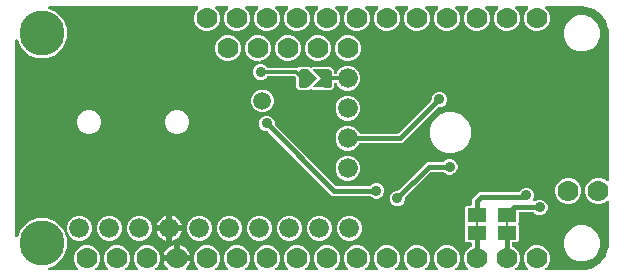
<source format=gbr>
G04 EAGLE Gerber RS-274X export*
G75*
%MOMM*%
%FSLAX34Y34*%
%LPD*%
%INBottom Copper*%
%IPPOS*%
%AMOC8*
5,1,8,0,0,1.08239X$1,22.5*%
G01*
%ADD10C,3.810000*%
%ADD11C,1.778000*%
%ADD12C,0.381000*%
%ADD13C,1.676400*%
%ADD14R,1.600200X1.168400*%
%ADD15R,0.203200X0.635000*%
%ADD16C,1.500000*%
%ADD17C,0.906400*%
%ADD18C,0.406400*%
%ADD19C,0.304800*%

G36*
X55285Y2558D02*
X55285Y2558D01*
X55424Y2571D01*
X55443Y2578D01*
X55464Y2581D01*
X55592Y2632D01*
X55724Y2679D01*
X55740Y2690D01*
X55759Y2698D01*
X55872Y2779D01*
X55987Y2857D01*
X56000Y2873D01*
X56017Y2884D01*
X56105Y2992D01*
X56197Y3096D01*
X56206Y3114D01*
X56219Y3129D01*
X56279Y3255D01*
X56342Y3379D01*
X56346Y3399D01*
X56355Y3417D01*
X56381Y3554D01*
X56411Y3689D01*
X56411Y3710D01*
X56415Y3729D01*
X56406Y3868D01*
X56402Y4007D01*
X56396Y4027D01*
X56395Y4047D01*
X56352Y4179D01*
X56313Y4313D01*
X56303Y4330D01*
X56297Y4349D01*
X56222Y4467D01*
X56152Y4587D01*
X56133Y4608D01*
X56127Y4618D01*
X56112Y4632D01*
X56045Y4707D01*
X54240Y6513D01*
X52577Y10527D01*
X52577Y14873D01*
X54240Y18887D01*
X57313Y21960D01*
X61327Y23623D01*
X65673Y23623D01*
X69687Y21960D01*
X72760Y18887D01*
X74423Y14873D01*
X74423Y10527D01*
X72760Y6513D01*
X70955Y4707D01*
X70869Y4598D01*
X70781Y4491D01*
X70772Y4472D01*
X70760Y4456D01*
X70704Y4328D01*
X70645Y4203D01*
X70641Y4183D01*
X70633Y4164D01*
X70611Y4026D01*
X70585Y3890D01*
X70587Y3870D01*
X70583Y3850D01*
X70596Y3711D01*
X70605Y3573D01*
X70611Y3554D01*
X70613Y3534D01*
X70660Y3402D01*
X70703Y3271D01*
X70714Y3253D01*
X70721Y3234D01*
X70799Y3119D01*
X70873Y3002D01*
X70888Y2988D01*
X70899Y2971D01*
X71004Y2879D01*
X71105Y2784D01*
X71123Y2774D01*
X71138Y2761D01*
X71262Y2697D01*
X71383Y2630D01*
X71403Y2625D01*
X71421Y2616D01*
X71557Y2586D01*
X71691Y2551D01*
X71719Y2549D01*
X71731Y2546D01*
X71752Y2547D01*
X71852Y2541D01*
X80548Y2541D01*
X80685Y2558D01*
X80824Y2571D01*
X80843Y2578D01*
X80864Y2581D01*
X80992Y2632D01*
X81124Y2679D01*
X81140Y2690D01*
X81159Y2698D01*
X81272Y2779D01*
X81387Y2857D01*
X81400Y2873D01*
X81417Y2884D01*
X81505Y2992D01*
X81597Y3096D01*
X81606Y3114D01*
X81619Y3129D01*
X81679Y3255D01*
X81742Y3379D01*
X81746Y3399D01*
X81755Y3417D01*
X81781Y3554D01*
X81811Y3689D01*
X81811Y3710D01*
X81815Y3729D01*
X81806Y3868D01*
X81802Y4007D01*
X81796Y4027D01*
X81795Y4047D01*
X81752Y4179D01*
X81713Y4313D01*
X81703Y4330D01*
X81697Y4349D01*
X81622Y4467D01*
X81552Y4587D01*
X81533Y4608D01*
X81527Y4618D01*
X81512Y4632D01*
X81445Y4707D01*
X79640Y6513D01*
X77977Y10527D01*
X77977Y14873D01*
X79640Y18887D01*
X82713Y21960D01*
X86727Y23623D01*
X91073Y23623D01*
X95087Y21960D01*
X98160Y18887D01*
X99823Y14873D01*
X99823Y10527D01*
X98160Y6513D01*
X96355Y4707D01*
X96269Y4598D01*
X96181Y4491D01*
X96172Y4472D01*
X96160Y4456D01*
X96104Y4328D01*
X96045Y4203D01*
X96041Y4183D01*
X96033Y4164D01*
X96011Y4026D01*
X95985Y3890D01*
X95987Y3870D01*
X95983Y3850D01*
X95996Y3711D01*
X96005Y3573D01*
X96011Y3554D01*
X96013Y3534D01*
X96060Y3402D01*
X96103Y3271D01*
X96114Y3253D01*
X96121Y3234D01*
X96199Y3119D01*
X96273Y3002D01*
X96288Y2988D01*
X96299Y2971D01*
X96404Y2879D01*
X96505Y2784D01*
X96523Y2774D01*
X96538Y2761D01*
X96662Y2697D01*
X96783Y2630D01*
X96803Y2625D01*
X96821Y2616D01*
X96957Y2586D01*
X97091Y2551D01*
X97119Y2549D01*
X97131Y2546D01*
X97152Y2547D01*
X97252Y2541D01*
X105948Y2541D01*
X106085Y2558D01*
X106224Y2571D01*
X106243Y2578D01*
X106264Y2581D01*
X106392Y2632D01*
X106524Y2679D01*
X106540Y2690D01*
X106559Y2698D01*
X106672Y2779D01*
X106787Y2857D01*
X106800Y2873D01*
X106817Y2884D01*
X106905Y2992D01*
X106997Y3096D01*
X107006Y3114D01*
X107019Y3129D01*
X107079Y3255D01*
X107142Y3379D01*
X107146Y3399D01*
X107155Y3417D01*
X107181Y3554D01*
X107211Y3689D01*
X107211Y3710D01*
X107215Y3729D01*
X107206Y3868D01*
X107202Y4007D01*
X107196Y4027D01*
X107195Y4047D01*
X107152Y4179D01*
X107113Y4313D01*
X107103Y4330D01*
X107097Y4349D01*
X107022Y4467D01*
X106952Y4587D01*
X106933Y4608D01*
X106927Y4618D01*
X106912Y4632D01*
X106845Y4707D01*
X105040Y6513D01*
X103377Y10527D01*
X103377Y14873D01*
X105040Y18887D01*
X108113Y21960D01*
X112127Y23623D01*
X116473Y23623D01*
X120487Y21960D01*
X123560Y18887D01*
X125223Y14873D01*
X125223Y10527D01*
X123560Y6513D01*
X121755Y4707D01*
X121669Y4598D01*
X121581Y4491D01*
X121572Y4472D01*
X121560Y4456D01*
X121504Y4328D01*
X121445Y4203D01*
X121441Y4183D01*
X121433Y4164D01*
X121411Y4026D01*
X121385Y3890D01*
X121387Y3870D01*
X121383Y3850D01*
X121396Y3711D01*
X121405Y3573D01*
X121411Y3554D01*
X121413Y3534D01*
X121460Y3402D01*
X121503Y3271D01*
X121514Y3253D01*
X121521Y3234D01*
X121599Y3119D01*
X121673Y3002D01*
X121688Y2988D01*
X121699Y2971D01*
X121804Y2879D01*
X121905Y2784D01*
X121923Y2774D01*
X121938Y2761D01*
X122062Y2697D01*
X122183Y2630D01*
X122203Y2625D01*
X122221Y2616D01*
X122357Y2586D01*
X122491Y2551D01*
X122519Y2549D01*
X122531Y2546D01*
X122552Y2547D01*
X122652Y2541D01*
X130630Y2541D01*
X130768Y2558D01*
X130906Y2571D01*
X130925Y2578D01*
X130945Y2581D01*
X131075Y2632D01*
X131205Y2679D01*
X131222Y2690D01*
X131241Y2698D01*
X131353Y2779D01*
X131468Y2857D01*
X131482Y2873D01*
X131498Y2884D01*
X131587Y2992D01*
X131679Y3096D01*
X131688Y3114D01*
X131701Y3129D01*
X131760Y3255D01*
X131823Y3379D01*
X131828Y3399D01*
X131836Y3417D01*
X131862Y3553D01*
X131893Y3689D01*
X131892Y3710D01*
X131896Y3729D01*
X131888Y3868D01*
X131883Y4007D01*
X131878Y4027D01*
X131876Y4047D01*
X131834Y4179D01*
X131795Y4313D01*
X131785Y4330D01*
X131778Y4349D01*
X131704Y4467D01*
X131633Y4587D01*
X131615Y4608D01*
X131608Y4618D01*
X131593Y4632D01*
X131527Y4708D01*
X130981Y5253D01*
X129923Y6709D01*
X129107Y8312D01*
X128551Y10023D01*
X128523Y10201D01*
X138470Y10201D01*
X138588Y10216D01*
X138707Y10223D01*
X138745Y10235D01*
X138785Y10241D01*
X138896Y10284D01*
X139009Y10321D01*
X139043Y10343D01*
X139081Y10358D01*
X139177Y10427D01*
X139278Y10491D01*
X139306Y10521D01*
X139338Y10544D01*
X139414Y10636D01*
X139496Y10723D01*
X139515Y10758D01*
X139541Y10789D01*
X139592Y10897D01*
X139649Y11001D01*
X139659Y11041D01*
X139677Y11077D01*
X139697Y11184D01*
X139701Y11154D01*
X139745Y11044D01*
X139781Y10931D01*
X139803Y10896D01*
X139818Y10859D01*
X139888Y10762D01*
X139951Y10662D01*
X139981Y10634D01*
X140005Y10601D01*
X140096Y10525D01*
X140183Y10444D01*
X140218Y10424D01*
X140250Y10399D01*
X140357Y10348D01*
X140462Y10290D01*
X140501Y10280D01*
X140537Y10263D01*
X140654Y10241D01*
X140770Y10211D01*
X140830Y10207D01*
X140850Y10203D01*
X140870Y10205D01*
X140930Y10201D01*
X150877Y10201D01*
X150849Y10023D01*
X150293Y8312D01*
X149477Y6709D01*
X148419Y5253D01*
X147873Y4708D01*
X147788Y4598D01*
X147699Y4491D01*
X147690Y4472D01*
X147678Y4456D01*
X147623Y4328D01*
X147564Y4203D01*
X147560Y4183D01*
X147552Y4164D01*
X147530Y4026D01*
X147504Y3890D01*
X147505Y3870D01*
X147502Y3850D01*
X147515Y3711D01*
X147524Y3573D01*
X147530Y3554D01*
X147532Y3534D01*
X147579Y3403D01*
X147622Y3271D01*
X147632Y3253D01*
X147639Y3234D01*
X147717Y3120D01*
X147792Y3002D01*
X147806Y2988D01*
X147818Y2971D01*
X147922Y2879D01*
X148023Y2784D01*
X148041Y2774D01*
X148056Y2761D01*
X148180Y2698D01*
X148302Y2630D01*
X148321Y2625D01*
X148339Y2616D01*
X148475Y2586D01*
X148610Y2551D01*
X148638Y2549D01*
X148650Y2546D01*
X148670Y2547D01*
X148770Y2541D01*
X156748Y2541D01*
X156885Y2558D01*
X157024Y2571D01*
X157043Y2578D01*
X157064Y2581D01*
X157192Y2632D01*
X157324Y2679D01*
X157340Y2690D01*
X157359Y2698D01*
X157472Y2779D01*
X157587Y2857D01*
X157600Y2873D01*
X157617Y2884D01*
X157705Y2992D01*
X157797Y3096D01*
X157806Y3114D01*
X157819Y3129D01*
X157879Y3255D01*
X157942Y3379D01*
X157946Y3399D01*
X157955Y3417D01*
X157981Y3554D01*
X158011Y3689D01*
X158011Y3710D01*
X158015Y3729D01*
X158006Y3868D01*
X158002Y4007D01*
X157996Y4027D01*
X157995Y4047D01*
X157952Y4179D01*
X157913Y4313D01*
X157903Y4330D01*
X157897Y4349D01*
X157822Y4467D01*
X157752Y4587D01*
X157733Y4608D01*
X157727Y4618D01*
X157712Y4632D01*
X157645Y4707D01*
X155840Y6513D01*
X154177Y10527D01*
X154177Y14873D01*
X155840Y18887D01*
X158913Y21960D01*
X162927Y23623D01*
X167273Y23623D01*
X171287Y21960D01*
X174360Y18887D01*
X176023Y14873D01*
X176023Y10527D01*
X174360Y6513D01*
X172555Y4707D01*
X172469Y4598D01*
X172381Y4491D01*
X172372Y4472D01*
X172360Y4456D01*
X172304Y4328D01*
X172245Y4203D01*
X172241Y4183D01*
X172233Y4164D01*
X172211Y4026D01*
X172185Y3890D01*
X172187Y3870D01*
X172183Y3850D01*
X172196Y3711D01*
X172205Y3573D01*
X172211Y3554D01*
X172213Y3534D01*
X172260Y3402D01*
X172303Y3271D01*
X172314Y3253D01*
X172321Y3234D01*
X172399Y3119D01*
X172473Y3002D01*
X172488Y2988D01*
X172499Y2971D01*
X172604Y2879D01*
X172705Y2784D01*
X172723Y2774D01*
X172738Y2761D01*
X172862Y2697D01*
X172983Y2630D01*
X173003Y2625D01*
X173021Y2616D01*
X173157Y2586D01*
X173291Y2551D01*
X173319Y2549D01*
X173331Y2546D01*
X173352Y2547D01*
X173452Y2541D01*
X182148Y2541D01*
X182285Y2558D01*
X182424Y2571D01*
X182443Y2578D01*
X182464Y2581D01*
X182592Y2632D01*
X182724Y2679D01*
X182740Y2690D01*
X182759Y2698D01*
X182872Y2779D01*
X182987Y2857D01*
X183000Y2873D01*
X183017Y2884D01*
X183105Y2992D01*
X183197Y3096D01*
X183206Y3114D01*
X183219Y3129D01*
X183279Y3255D01*
X183342Y3379D01*
X183346Y3399D01*
X183355Y3417D01*
X183381Y3554D01*
X183411Y3689D01*
X183411Y3710D01*
X183415Y3729D01*
X183406Y3868D01*
X183402Y4007D01*
X183396Y4027D01*
X183395Y4047D01*
X183352Y4179D01*
X183313Y4313D01*
X183303Y4330D01*
X183297Y4349D01*
X183222Y4467D01*
X183152Y4587D01*
X183133Y4608D01*
X183127Y4618D01*
X183112Y4632D01*
X183045Y4707D01*
X181240Y6513D01*
X179577Y10527D01*
X179577Y14873D01*
X181240Y18887D01*
X184313Y21960D01*
X188327Y23623D01*
X192673Y23623D01*
X196687Y21960D01*
X199760Y18887D01*
X201423Y14873D01*
X201423Y10527D01*
X199760Y6513D01*
X197955Y4707D01*
X197869Y4598D01*
X197781Y4491D01*
X197772Y4472D01*
X197760Y4456D01*
X197704Y4328D01*
X197645Y4203D01*
X197641Y4183D01*
X197633Y4164D01*
X197611Y4026D01*
X197585Y3890D01*
X197587Y3870D01*
X197583Y3850D01*
X197596Y3711D01*
X197605Y3573D01*
X197611Y3554D01*
X197613Y3534D01*
X197660Y3402D01*
X197703Y3271D01*
X197714Y3253D01*
X197721Y3234D01*
X197799Y3119D01*
X197873Y3002D01*
X197888Y2988D01*
X197899Y2971D01*
X198004Y2879D01*
X198105Y2784D01*
X198123Y2774D01*
X198138Y2761D01*
X198262Y2697D01*
X198383Y2630D01*
X198403Y2625D01*
X198421Y2616D01*
X198557Y2586D01*
X198691Y2551D01*
X198719Y2549D01*
X198731Y2546D01*
X198752Y2547D01*
X198852Y2541D01*
X207548Y2541D01*
X207685Y2558D01*
X207824Y2571D01*
X207843Y2578D01*
X207864Y2581D01*
X207992Y2632D01*
X208124Y2679D01*
X208140Y2690D01*
X208159Y2698D01*
X208272Y2779D01*
X208387Y2857D01*
X208400Y2873D01*
X208417Y2884D01*
X208505Y2992D01*
X208597Y3096D01*
X208606Y3114D01*
X208619Y3129D01*
X208679Y3255D01*
X208742Y3379D01*
X208746Y3399D01*
X208755Y3417D01*
X208781Y3554D01*
X208811Y3689D01*
X208811Y3710D01*
X208815Y3729D01*
X208806Y3868D01*
X208802Y4007D01*
X208796Y4027D01*
X208795Y4047D01*
X208752Y4179D01*
X208713Y4313D01*
X208703Y4330D01*
X208697Y4349D01*
X208622Y4467D01*
X208552Y4587D01*
X208533Y4608D01*
X208527Y4618D01*
X208512Y4632D01*
X208445Y4707D01*
X206640Y6513D01*
X204977Y10527D01*
X204977Y14873D01*
X206640Y18887D01*
X209713Y21960D01*
X213727Y23623D01*
X218073Y23623D01*
X222087Y21960D01*
X225160Y18887D01*
X226823Y14873D01*
X226823Y10527D01*
X225160Y6513D01*
X223355Y4707D01*
X223269Y4598D01*
X223181Y4491D01*
X223172Y4472D01*
X223160Y4456D01*
X223104Y4328D01*
X223045Y4203D01*
X223041Y4183D01*
X223033Y4164D01*
X223011Y4026D01*
X222985Y3890D01*
X222987Y3870D01*
X222983Y3850D01*
X222996Y3711D01*
X223005Y3573D01*
X223011Y3554D01*
X223013Y3534D01*
X223060Y3402D01*
X223103Y3271D01*
X223114Y3253D01*
X223121Y3234D01*
X223199Y3119D01*
X223273Y3002D01*
X223288Y2988D01*
X223299Y2971D01*
X223404Y2879D01*
X223505Y2784D01*
X223523Y2774D01*
X223538Y2761D01*
X223662Y2697D01*
X223783Y2630D01*
X223803Y2625D01*
X223821Y2616D01*
X223957Y2586D01*
X224091Y2551D01*
X224119Y2549D01*
X224131Y2546D01*
X224152Y2547D01*
X224252Y2541D01*
X232948Y2541D01*
X233085Y2558D01*
X233224Y2571D01*
X233243Y2578D01*
X233264Y2581D01*
X233392Y2632D01*
X233524Y2679D01*
X233540Y2690D01*
X233559Y2698D01*
X233672Y2779D01*
X233787Y2857D01*
X233800Y2873D01*
X233817Y2884D01*
X233905Y2992D01*
X233997Y3096D01*
X234006Y3114D01*
X234019Y3129D01*
X234079Y3255D01*
X234142Y3379D01*
X234146Y3399D01*
X234155Y3417D01*
X234181Y3554D01*
X234211Y3689D01*
X234211Y3710D01*
X234215Y3729D01*
X234206Y3868D01*
X234202Y4007D01*
X234196Y4027D01*
X234195Y4047D01*
X234152Y4179D01*
X234113Y4313D01*
X234103Y4330D01*
X234097Y4349D01*
X234022Y4467D01*
X233952Y4587D01*
X233933Y4608D01*
X233927Y4618D01*
X233912Y4632D01*
X233845Y4707D01*
X232040Y6513D01*
X230377Y10527D01*
X230377Y14873D01*
X232040Y18887D01*
X235113Y21960D01*
X239127Y23623D01*
X243473Y23623D01*
X247487Y21960D01*
X250560Y18887D01*
X252223Y14873D01*
X252223Y10527D01*
X250560Y6513D01*
X248755Y4707D01*
X248669Y4598D01*
X248581Y4491D01*
X248572Y4472D01*
X248560Y4456D01*
X248504Y4328D01*
X248445Y4203D01*
X248441Y4183D01*
X248433Y4164D01*
X248411Y4026D01*
X248385Y3890D01*
X248387Y3870D01*
X248383Y3850D01*
X248396Y3711D01*
X248405Y3573D01*
X248411Y3554D01*
X248413Y3534D01*
X248460Y3402D01*
X248503Y3271D01*
X248514Y3253D01*
X248521Y3234D01*
X248599Y3119D01*
X248673Y3002D01*
X248688Y2988D01*
X248699Y2971D01*
X248804Y2879D01*
X248905Y2784D01*
X248923Y2774D01*
X248938Y2761D01*
X249062Y2697D01*
X249183Y2630D01*
X249203Y2625D01*
X249221Y2616D01*
X249357Y2586D01*
X249491Y2551D01*
X249519Y2549D01*
X249531Y2546D01*
X249552Y2547D01*
X249652Y2541D01*
X258348Y2541D01*
X258485Y2558D01*
X258624Y2571D01*
X258643Y2578D01*
X258664Y2581D01*
X258792Y2632D01*
X258924Y2679D01*
X258940Y2690D01*
X258959Y2698D01*
X259072Y2779D01*
X259187Y2857D01*
X259200Y2873D01*
X259217Y2884D01*
X259305Y2992D01*
X259397Y3096D01*
X259406Y3114D01*
X259419Y3129D01*
X259479Y3255D01*
X259542Y3379D01*
X259546Y3399D01*
X259555Y3417D01*
X259581Y3554D01*
X259611Y3689D01*
X259611Y3710D01*
X259615Y3729D01*
X259606Y3868D01*
X259602Y4007D01*
X259596Y4027D01*
X259595Y4047D01*
X259552Y4179D01*
X259513Y4313D01*
X259503Y4330D01*
X259497Y4349D01*
X259422Y4467D01*
X259352Y4587D01*
X259333Y4608D01*
X259327Y4618D01*
X259312Y4632D01*
X259245Y4707D01*
X257440Y6513D01*
X255777Y10527D01*
X255777Y14873D01*
X257440Y18887D01*
X260513Y21960D01*
X264527Y23623D01*
X268873Y23623D01*
X272887Y21960D01*
X275960Y18887D01*
X277623Y14873D01*
X277623Y10527D01*
X275960Y6513D01*
X274155Y4707D01*
X274069Y4598D01*
X273981Y4491D01*
X273972Y4472D01*
X273960Y4456D01*
X273904Y4328D01*
X273845Y4203D01*
X273841Y4183D01*
X273833Y4164D01*
X273811Y4026D01*
X273785Y3890D01*
X273787Y3870D01*
X273783Y3850D01*
X273796Y3711D01*
X273805Y3573D01*
X273811Y3554D01*
X273813Y3534D01*
X273860Y3402D01*
X273903Y3271D01*
X273914Y3253D01*
X273921Y3234D01*
X273999Y3119D01*
X274073Y3002D01*
X274088Y2988D01*
X274099Y2971D01*
X274204Y2879D01*
X274305Y2784D01*
X274323Y2774D01*
X274338Y2761D01*
X274462Y2697D01*
X274583Y2630D01*
X274603Y2625D01*
X274621Y2616D01*
X274757Y2586D01*
X274891Y2551D01*
X274919Y2549D01*
X274931Y2546D01*
X274952Y2547D01*
X275052Y2541D01*
X283748Y2541D01*
X283885Y2558D01*
X284024Y2571D01*
X284043Y2578D01*
X284064Y2581D01*
X284192Y2632D01*
X284324Y2679D01*
X284340Y2690D01*
X284359Y2698D01*
X284472Y2779D01*
X284587Y2857D01*
X284600Y2873D01*
X284617Y2884D01*
X284705Y2992D01*
X284797Y3096D01*
X284806Y3114D01*
X284819Y3129D01*
X284879Y3255D01*
X284942Y3379D01*
X284946Y3399D01*
X284955Y3417D01*
X284981Y3554D01*
X285011Y3689D01*
X285011Y3710D01*
X285015Y3729D01*
X285006Y3868D01*
X285002Y4007D01*
X284996Y4027D01*
X284995Y4047D01*
X284952Y4179D01*
X284913Y4313D01*
X284903Y4330D01*
X284897Y4349D01*
X284822Y4467D01*
X284752Y4587D01*
X284733Y4608D01*
X284727Y4618D01*
X284712Y4632D01*
X284645Y4707D01*
X282840Y6513D01*
X281177Y10527D01*
X281177Y14873D01*
X282840Y18887D01*
X285913Y21960D01*
X289927Y23623D01*
X294273Y23623D01*
X298287Y21960D01*
X301360Y18887D01*
X303023Y14873D01*
X303023Y10527D01*
X301360Y6513D01*
X299555Y4707D01*
X299469Y4598D01*
X299381Y4491D01*
X299372Y4472D01*
X299360Y4456D01*
X299304Y4328D01*
X299245Y4203D01*
X299241Y4183D01*
X299233Y4164D01*
X299211Y4026D01*
X299185Y3890D01*
X299187Y3870D01*
X299183Y3850D01*
X299196Y3711D01*
X299205Y3573D01*
X299211Y3554D01*
X299213Y3534D01*
X299260Y3402D01*
X299303Y3271D01*
X299314Y3253D01*
X299321Y3234D01*
X299399Y3119D01*
X299473Y3002D01*
X299488Y2988D01*
X299499Y2971D01*
X299604Y2879D01*
X299705Y2784D01*
X299723Y2774D01*
X299738Y2761D01*
X299862Y2697D01*
X299983Y2630D01*
X300003Y2625D01*
X300021Y2616D01*
X300157Y2586D01*
X300291Y2551D01*
X300319Y2549D01*
X300331Y2546D01*
X300352Y2547D01*
X300452Y2541D01*
X309148Y2541D01*
X309285Y2558D01*
X309424Y2571D01*
X309443Y2578D01*
X309464Y2581D01*
X309592Y2632D01*
X309724Y2679D01*
X309740Y2690D01*
X309759Y2698D01*
X309872Y2779D01*
X309987Y2857D01*
X310000Y2873D01*
X310017Y2884D01*
X310105Y2992D01*
X310197Y3096D01*
X310206Y3114D01*
X310219Y3129D01*
X310279Y3255D01*
X310342Y3379D01*
X310346Y3399D01*
X310355Y3417D01*
X310381Y3554D01*
X310411Y3689D01*
X310411Y3710D01*
X310415Y3729D01*
X310406Y3868D01*
X310402Y4007D01*
X310396Y4027D01*
X310395Y4047D01*
X310352Y4179D01*
X310313Y4313D01*
X310303Y4330D01*
X310297Y4349D01*
X310222Y4467D01*
X310152Y4587D01*
X310133Y4608D01*
X310127Y4618D01*
X310112Y4632D01*
X310045Y4707D01*
X308240Y6513D01*
X306577Y10527D01*
X306577Y14873D01*
X308240Y18887D01*
X311313Y21960D01*
X315327Y23623D01*
X319673Y23623D01*
X323687Y21960D01*
X326760Y18887D01*
X328423Y14873D01*
X328423Y10527D01*
X326760Y6513D01*
X324955Y4707D01*
X324869Y4598D01*
X324781Y4491D01*
X324772Y4472D01*
X324760Y4456D01*
X324704Y4328D01*
X324645Y4203D01*
X324641Y4183D01*
X324633Y4164D01*
X324611Y4026D01*
X324585Y3890D01*
X324587Y3870D01*
X324583Y3850D01*
X324596Y3711D01*
X324605Y3573D01*
X324611Y3554D01*
X324613Y3534D01*
X324660Y3402D01*
X324703Y3271D01*
X324714Y3253D01*
X324721Y3234D01*
X324799Y3119D01*
X324873Y3002D01*
X324888Y2988D01*
X324899Y2971D01*
X325004Y2879D01*
X325105Y2784D01*
X325123Y2774D01*
X325138Y2761D01*
X325262Y2697D01*
X325383Y2630D01*
X325403Y2625D01*
X325421Y2616D01*
X325557Y2586D01*
X325691Y2551D01*
X325719Y2549D01*
X325731Y2546D01*
X325752Y2547D01*
X325852Y2541D01*
X334548Y2541D01*
X334685Y2558D01*
X334824Y2571D01*
X334843Y2578D01*
X334864Y2581D01*
X334992Y2632D01*
X335124Y2679D01*
X335140Y2690D01*
X335159Y2698D01*
X335272Y2779D01*
X335387Y2857D01*
X335400Y2873D01*
X335417Y2884D01*
X335505Y2992D01*
X335597Y3096D01*
X335606Y3114D01*
X335619Y3129D01*
X335679Y3255D01*
X335742Y3379D01*
X335746Y3399D01*
X335755Y3417D01*
X335781Y3554D01*
X335811Y3689D01*
X335811Y3710D01*
X335815Y3729D01*
X335806Y3868D01*
X335802Y4007D01*
X335796Y4027D01*
X335795Y4047D01*
X335752Y4179D01*
X335713Y4313D01*
X335703Y4330D01*
X335697Y4349D01*
X335622Y4467D01*
X335552Y4587D01*
X335533Y4608D01*
X335527Y4618D01*
X335512Y4632D01*
X335445Y4707D01*
X333640Y6513D01*
X331977Y10527D01*
X331977Y14873D01*
X333640Y18887D01*
X336713Y21960D01*
X340727Y23623D01*
X345073Y23623D01*
X349087Y21960D01*
X352160Y18887D01*
X353823Y14873D01*
X353823Y10527D01*
X352160Y6513D01*
X350355Y4707D01*
X350269Y4598D01*
X350181Y4491D01*
X350172Y4472D01*
X350160Y4456D01*
X350104Y4328D01*
X350045Y4203D01*
X350041Y4183D01*
X350033Y4164D01*
X350011Y4026D01*
X349985Y3890D01*
X349987Y3870D01*
X349983Y3850D01*
X349996Y3711D01*
X350005Y3573D01*
X350011Y3554D01*
X350013Y3534D01*
X350060Y3402D01*
X350103Y3271D01*
X350114Y3253D01*
X350121Y3234D01*
X350199Y3119D01*
X350273Y3002D01*
X350288Y2988D01*
X350299Y2971D01*
X350404Y2879D01*
X350505Y2784D01*
X350523Y2774D01*
X350538Y2761D01*
X350662Y2697D01*
X350783Y2630D01*
X350803Y2625D01*
X350821Y2616D01*
X350957Y2586D01*
X351091Y2551D01*
X351119Y2549D01*
X351131Y2546D01*
X351152Y2547D01*
X351252Y2541D01*
X359948Y2541D01*
X360085Y2558D01*
X360224Y2571D01*
X360243Y2578D01*
X360264Y2581D01*
X360392Y2632D01*
X360524Y2679D01*
X360540Y2690D01*
X360559Y2698D01*
X360672Y2779D01*
X360787Y2857D01*
X360800Y2873D01*
X360817Y2884D01*
X360905Y2992D01*
X360997Y3096D01*
X361006Y3114D01*
X361019Y3129D01*
X361079Y3255D01*
X361142Y3379D01*
X361146Y3399D01*
X361155Y3417D01*
X361181Y3554D01*
X361211Y3689D01*
X361211Y3710D01*
X361215Y3729D01*
X361206Y3868D01*
X361202Y4007D01*
X361196Y4027D01*
X361195Y4047D01*
X361152Y4179D01*
X361113Y4313D01*
X361103Y4330D01*
X361097Y4349D01*
X361022Y4467D01*
X360952Y4587D01*
X360933Y4608D01*
X360927Y4618D01*
X360912Y4632D01*
X360845Y4707D01*
X359040Y6513D01*
X357377Y10527D01*
X357377Y14873D01*
X359040Y18887D01*
X362113Y21960D01*
X366127Y23623D01*
X370473Y23623D01*
X374487Y21960D01*
X377560Y18887D01*
X379223Y14873D01*
X379223Y10527D01*
X377560Y6513D01*
X375755Y4707D01*
X375669Y4598D01*
X375581Y4491D01*
X375572Y4472D01*
X375560Y4456D01*
X375504Y4328D01*
X375445Y4203D01*
X375441Y4183D01*
X375433Y4164D01*
X375411Y4026D01*
X375385Y3890D01*
X375387Y3870D01*
X375383Y3850D01*
X375396Y3711D01*
X375405Y3573D01*
X375411Y3554D01*
X375413Y3534D01*
X375460Y3402D01*
X375503Y3271D01*
X375514Y3253D01*
X375521Y3234D01*
X375599Y3119D01*
X375673Y3002D01*
X375688Y2988D01*
X375699Y2971D01*
X375804Y2879D01*
X375905Y2784D01*
X375923Y2774D01*
X375938Y2761D01*
X376062Y2697D01*
X376183Y2630D01*
X376203Y2625D01*
X376221Y2616D01*
X376357Y2586D01*
X376491Y2551D01*
X376519Y2549D01*
X376531Y2546D01*
X376552Y2547D01*
X376652Y2541D01*
X385348Y2541D01*
X385485Y2558D01*
X385624Y2571D01*
X385643Y2578D01*
X385664Y2581D01*
X385792Y2632D01*
X385924Y2679D01*
X385940Y2690D01*
X385959Y2698D01*
X386072Y2779D01*
X386187Y2857D01*
X386200Y2873D01*
X386217Y2884D01*
X386305Y2992D01*
X386397Y3096D01*
X386406Y3114D01*
X386419Y3129D01*
X386479Y3255D01*
X386542Y3379D01*
X386546Y3399D01*
X386555Y3417D01*
X386581Y3554D01*
X386611Y3689D01*
X386611Y3710D01*
X386615Y3729D01*
X386606Y3868D01*
X386602Y4007D01*
X386596Y4027D01*
X386595Y4047D01*
X386552Y4179D01*
X386513Y4313D01*
X386503Y4330D01*
X386497Y4349D01*
X386422Y4467D01*
X386352Y4587D01*
X386333Y4608D01*
X386327Y4618D01*
X386312Y4632D01*
X386245Y4707D01*
X384440Y6513D01*
X382777Y10527D01*
X382777Y14873D01*
X384440Y18887D01*
X387513Y21960D01*
X388852Y22514D01*
X388877Y22529D01*
X388905Y22538D01*
X389015Y22608D01*
X389128Y22672D01*
X389149Y22693D01*
X389174Y22708D01*
X389263Y22803D01*
X389356Y22893D01*
X389372Y22918D01*
X389392Y22940D01*
X389455Y23054D01*
X389523Y23164D01*
X389531Y23193D01*
X389546Y23218D01*
X389578Y23344D01*
X389616Y23468D01*
X389618Y23498D01*
X389625Y23526D01*
X389635Y23687D01*
X389635Y25146D01*
X389620Y25264D01*
X389613Y25383D01*
X389600Y25421D01*
X389595Y25462D01*
X389552Y25572D01*
X389515Y25685D01*
X389493Y25720D01*
X389478Y25757D01*
X389409Y25853D01*
X389345Y25954D01*
X389315Y25982D01*
X389292Y26015D01*
X389200Y26091D01*
X389113Y26172D01*
X389078Y26192D01*
X389047Y26217D01*
X388939Y26268D01*
X388835Y26326D01*
X388795Y26336D01*
X388759Y26353D01*
X388642Y26375D01*
X388527Y26405D01*
X388467Y26409D01*
X388447Y26413D01*
X388426Y26411D01*
X388366Y26415D01*
X384857Y26415D01*
X383666Y27606D01*
X383666Y40974D01*
X383705Y41013D01*
X383778Y41107D01*
X383857Y41196D01*
X383875Y41232D01*
X383900Y41264D01*
X383947Y41373D01*
X384001Y41479D01*
X384010Y41519D01*
X384026Y41556D01*
X384045Y41673D01*
X384071Y41789D01*
X384070Y41830D01*
X384076Y41870D01*
X384065Y41989D01*
X384061Y42107D01*
X384050Y42146D01*
X384046Y42186D01*
X384006Y42298D01*
X383973Y42413D01*
X383952Y42448D01*
X383939Y42486D01*
X383872Y42584D01*
X383811Y42687D01*
X383771Y42732D01*
X383760Y42749D01*
X383745Y42762D01*
X383705Y42808D01*
X383666Y42846D01*
X383666Y56214D01*
X384857Y57405D01*
X388366Y57405D01*
X388484Y57420D01*
X388603Y57427D01*
X388641Y57440D01*
X388682Y57445D01*
X388792Y57488D01*
X388905Y57525D01*
X388940Y57547D01*
X388977Y57562D01*
X389073Y57631D01*
X389174Y57695D01*
X389202Y57725D01*
X389235Y57748D01*
X389311Y57840D01*
X389392Y57927D01*
X389412Y57962D01*
X389437Y57993D01*
X389488Y58101D01*
X389546Y58205D01*
X389556Y58245D01*
X389573Y58281D01*
X389595Y58398D01*
X389625Y58513D01*
X389629Y58573D01*
X389633Y58593D01*
X389631Y58614D01*
X389635Y58674D01*
X389635Y62644D01*
X395826Y68835D01*
X428814Y68835D01*
X428843Y68838D01*
X428873Y68836D01*
X429001Y68858D01*
X429129Y68875D01*
X429157Y68885D01*
X429186Y68890D01*
X429305Y68944D01*
X429425Y68992D01*
X429449Y69009D01*
X429476Y69021D01*
X429577Y69102D01*
X429682Y69178D01*
X429701Y69201D01*
X429724Y69220D01*
X429802Y69323D01*
X429885Y69423D01*
X429898Y69450D01*
X429916Y69474D01*
X429987Y69618D01*
X430045Y69759D01*
X431891Y71605D01*
X434304Y72605D01*
X436916Y72605D01*
X439329Y71605D01*
X441175Y69759D01*
X442175Y67346D01*
X442175Y64734D01*
X441465Y63022D01*
X441429Y62887D01*
X441388Y62755D01*
X441387Y62735D01*
X441381Y62715D01*
X441379Y62576D01*
X441373Y62437D01*
X441377Y62417D01*
X441376Y62397D01*
X441409Y62261D01*
X441437Y62126D01*
X441446Y62108D01*
X441451Y62088D01*
X441516Y61964D01*
X441577Y61840D01*
X441590Y61825D01*
X441599Y61807D01*
X441693Y61704D01*
X441783Y61598D01*
X441800Y61586D01*
X441813Y61571D01*
X441930Y61495D01*
X442043Y61415D01*
X442062Y61408D01*
X442079Y61397D01*
X442211Y61351D01*
X442340Y61302D01*
X442361Y61300D01*
X442380Y61293D01*
X442518Y61282D01*
X442657Y61267D01*
X442677Y61270D01*
X442697Y61268D01*
X442834Y61292D01*
X442971Y61311D01*
X442998Y61320D01*
X443010Y61323D01*
X443029Y61331D01*
X443124Y61363D01*
X445734Y62445D01*
X448346Y62445D01*
X450759Y61445D01*
X452605Y59599D01*
X453605Y57186D01*
X453605Y54574D01*
X452605Y52161D01*
X450759Y50315D01*
X448346Y49315D01*
X445734Y49315D01*
X443321Y50315D01*
X442193Y51444D01*
X442114Y51504D01*
X442042Y51572D01*
X441989Y51601D01*
X441941Y51638D01*
X441850Y51678D01*
X441764Y51726D01*
X441705Y51741D01*
X441649Y51765D01*
X441551Y51780D01*
X441456Y51805D01*
X441356Y51811D01*
X441335Y51815D01*
X441323Y51813D01*
X441295Y51815D01*
X430403Y51815D01*
X430285Y51800D01*
X430166Y51793D01*
X430128Y51780D01*
X430087Y51775D01*
X429977Y51732D01*
X429864Y51695D01*
X429829Y51673D01*
X429792Y51658D01*
X429696Y51589D01*
X429595Y51525D01*
X429567Y51495D01*
X429534Y51472D01*
X429458Y51380D01*
X429377Y51293D01*
X429357Y51258D01*
X429332Y51227D01*
X429281Y51119D01*
X429223Y51015D01*
X429213Y50975D01*
X429196Y50939D01*
X429174Y50822D01*
X429144Y50707D01*
X429140Y50647D01*
X429136Y50627D01*
X429138Y50606D01*
X429134Y50546D01*
X429134Y42846D01*
X429095Y42808D01*
X429022Y42713D01*
X428943Y42624D01*
X428925Y42588D01*
X428900Y42556D01*
X428853Y42447D01*
X428799Y42341D01*
X428790Y42301D01*
X428774Y42264D01*
X428755Y42147D01*
X428729Y42031D01*
X428730Y41990D01*
X428724Y41950D01*
X428735Y41832D01*
X428739Y41713D01*
X428750Y41674D01*
X428754Y41634D01*
X428794Y41521D01*
X428827Y41407D01*
X428848Y41373D01*
X428861Y41334D01*
X428928Y41236D01*
X428989Y41133D01*
X429029Y41088D01*
X429040Y41071D01*
X429055Y41058D01*
X429095Y41013D01*
X429134Y40974D01*
X429134Y27606D01*
X427943Y26415D01*
X424434Y26415D01*
X424316Y26400D01*
X424197Y26393D01*
X424159Y26380D01*
X424118Y26375D01*
X424008Y26332D01*
X423895Y26295D01*
X423860Y26273D01*
X423823Y26258D01*
X423727Y26189D01*
X423626Y26125D01*
X423598Y26095D01*
X423565Y26072D01*
X423489Y25980D01*
X423408Y25893D01*
X423388Y25858D01*
X423363Y25827D01*
X423312Y25719D01*
X423254Y25615D01*
X423244Y25575D01*
X423227Y25539D01*
X423205Y25422D01*
X423175Y25307D01*
X423171Y25247D01*
X423167Y25227D01*
X423169Y25206D01*
X423165Y25146D01*
X423165Y23687D01*
X423168Y23658D01*
X423166Y23628D01*
X423188Y23500D01*
X423205Y23372D01*
X423215Y23344D01*
X423220Y23315D01*
X423274Y23196D01*
X423322Y23076D01*
X423339Y23052D01*
X423351Y23025D01*
X423432Y22924D01*
X423508Y22819D01*
X423531Y22800D01*
X423550Y22777D01*
X423653Y22699D01*
X423753Y22616D01*
X423780Y22603D01*
X423804Y22585D01*
X423948Y22514D01*
X425287Y21960D01*
X428360Y18887D01*
X430023Y14873D01*
X430023Y10527D01*
X428360Y6513D01*
X426555Y4707D01*
X426469Y4598D01*
X426381Y4491D01*
X426372Y4472D01*
X426360Y4456D01*
X426304Y4328D01*
X426245Y4203D01*
X426241Y4183D01*
X426233Y4164D01*
X426211Y4026D01*
X426185Y3890D01*
X426187Y3870D01*
X426183Y3850D01*
X426196Y3711D01*
X426205Y3573D01*
X426211Y3554D01*
X426213Y3534D01*
X426260Y3402D01*
X426303Y3271D01*
X426314Y3253D01*
X426321Y3234D01*
X426399Y3119D01*
X426473Y3002D01*
X426488Y2988D01*
X426499Y2971D01*
X426604Y2879D01*
X426705Y2784D01*
X426723Y2774D01*
X426738Y2761D01*
X426862Y2697D01*
X426983Y2630D01*
X427003Y2625D01*
X427021Y2616D01*
X427157Y2586D01*
X427291Y2551D01*
X427319Y2549D01*
X427331Y2546D01*
X427352Y2547D01*
X427452Y2541D01*
X436148Y2541D01*
X436285Y2558D01*
X436424Y2571D01*
X436443Y2578D01*
X436464Y2581D01*
X436592Y2632D01*
X436724Y2679D01*
X436740Y2690D01*
X436759Y2698D01*
X436872Y2779D01*
X436987Y2857D01*
X437000Y2873D01*
X437017Y2884D01*
X437105Y2992D01*
X437197Y3096D01*
X437206Y3114D01*
X437219Y3129D01*
X437279Y3255D01*
X437342Y3379D01*
X437346Y3399D01*
X437355Y3417D01*
X437381Y3554D01*
X437411Y3689D01*
X437411Y3710D01*
X437415Y3729D01*
X437406Y3868D01*
X437402Y4007D01*
X437396Y4027D01*
X437395Y4047D01*
X437352Y4179D01*
X437313Y4313D01*
X437303Y4330D01*
X437297Y4349D01*
X437222Y4467D01*
X437152Y4587D01*
X437133Y4608D01*
X437127Y4618D01*
X437112Y4632D01*
X437045Y4707D01*
X435240Y6513D01*
X433577Y10527D01*
X433577Y14873D01*
X435240Y18887D01*
X438313Y21960D01*
X442327Y23623D01*
X446673Y23623D01*
X450687Y21960D01*
X453760Y18887D01*
X455423Y14873D01*
X455423Y10527D01*
X453760Y6513D01*
X451955Y4707D01*
X451869Y4598D01*
X451781Y4491D01*
X451772Y4472D01*
X451760Y4456D01*
X451704Y4328D01*
X451645Y4203D01*
X451641Y4183D01*
X451633Y4164D01*
X451611Y4026D01*
X451585Y3890D01*
X451587Y3870D01*
X451583Y3850D01*
X451596Y3711D01*
X451605Y3573D01*
X451611Y3554D01*
X451613Y3534D01*
X451660Y3402D01*
X451703Y3271D01*
X451714Y3253D01*
X451721Y3234D01*
X451799Y3119D01*
X451873Y3002D01*
X451888Y2988D01*
X451899Y2971D01*
X452004Y2879D01*
X452105Y2784D01*
X452123Y2774D01*
X452138Y2761D01*
X452262Y2697D01*
X452383Y2630D01*
X452403Y2625D01*
X452421Y2616D01*
X452557Y2586D01*
X452691Y2551D01*
X452719Y2549D01*
X452731Y2546D01*
X452752Y2547D01*
X452852Y2541D01*
X482600Y2541D01*
X482622Y2543D01*
X482700Y2545D01*
X486077Y2810D01*
X486145Y2824D01*
X486214Y2829D01*
X486370Y2869D01*
X492794Y4956D01*
X492901Y5006D01*
X493012Y5050D01*
X493063Y5083D01*
X493082Y5091D01*
X493097Y5104D01*
X493148Y5136D01*
X498612Y9107D01*
X498699Y9188D01*
X498746Y9227D01*
X498752Y9231D01*
X498753Y9232D01*
X498791Y9264D01*
X498829Y9310D01*
X498844Y9324D01*
X498855Y9342D01*
X498893Y9388D01*
X502864Y14852D01*
X502921Y14956D01*
X502985Y15056D01*
X503007Y15113D01*
X503017Y15131D01*
X503022Y15151D01*
X503044Y15206D01*
X505131Y21630D01*
X505144Y21698D01*
X505167Y21764D01*
X505190Y21923D01*
X505455Y25300D01*
X505455Y25304D01*
X505456Y25307D01*
X505455Y25326D01*
X505459Y25400D01*
X505459Y60228D01*
X505442Y60366D01*
X505429Y60504D01*
X505422Y60523D01*
X505419Y60544D01*
X505368Y60673D01*
X505321Y60804D01*
X505310Y60820D01*
X505302Y60839D01*
X505221Y60952D01*
X505143Y61067D01*
X505127Y61080D01*
X505116Y61097D01*
X505008Y61185D01*
X504904Y61277D01*
X504886Y61286D01*
X504871Y61299D01*
X504745Y61359D01*
X504621Y61422D01*
X504601Y61426D01*
X504583Y61435D01*
X504446Y61461D01*
X504311Y61491D01*
X504290Y61491D01*
X504271Y61495D01*
X504132Y61486D01*
X503993Y61482D01*
X503973Y61476D01*
X503953Y61475D01*
X503821Y61432D01*
X503687Y61393D01*
X503670Y61383D01*
X503651Y61377D01*
X503533Y61303D01*
X503413Y61232D01*
X503392Y61213D01*
X503382Y61207D01*
X503368Y61192D01*
X503293Y61125D01*
X502757Y60590D01*
X498743Y58927D01*
X494397Y58927D01*
X490383Y60590D01*
X487310Y63663D01*
X485647Y67677D01*
X485647Y72023D01*
X487310Y76037D01*
X490383Y79110D01*
X494397Y80773D01*
X498743Y80773D01*
X502757Y79110D01*
X503293Y78575D01*
X503402Y78490D01*
X503509Y78401D01*
X503528Y78392D01*
X503544Y78380D01*
X503672Y78324D01*
X503797Y78265D01*
X503817Y78261D01*
X503836Y78253D01*
X503974Y78231D01*
X504110Y78205D01*
X504130Y78207D01*
X504150Y78203D01*
X504289Y78216D01*
X504427Y78225D01*
X504446Y78231D01*
X504466Y78233D01*
X504597Y78280D01*
X504729Y78323D01*
X504747Y78334D01*
X504766Y78341D01*
X504880Y78419D01*
X504998Y78493D01*
X505012Y78508D01*
X505029Y78519D01*
X505121Y78623D01*
X505216Y78725D01*
X505226Y78743D01*
X505239Y78758D01*
X505302Y78882D01*
X505370Y79003D01*
X505375Y79023D01*
X505384Y79041D01*
X505414Y79177D01*
X505449Y79311D01*
X505451Y79339D01*
X505454Y79351D01*
X505453Y79372D01*
X505459Y79472D01*
X505459Y203200D01*
X505457Y203222D01*
X505455Y203300D01*
X505190Y206677D01*
X505176Y206745D01*
X505171Y206814D01*
X505131Y206970D01*
X503044Y213394D01*
X502994Y213501D01*
X502950Y213612D01*
X502917Y213663D01*
X502909Y213682D01*
X502896Y213697D01*
X502864Y213748D01*
X498893Y219212D01*
X498812Y219299D01*
X498736Y219391D01*
X498690Y219429D01*
X498676Y219444D01*
X498658Y219455D01*
X498612Y219493D01*
X493148Y223464D01*
X493044Y223521D01*
X492944Y223585D01*
X492887Y223607D01*
X492869Y223617D01*
X492849Y223622D01*
X492794Y223644D01*
X486370Y225731D01*
X486302Y225744D01*
X486236Y225767D01*
X486077Y225790D01*
X482700Y226055D01*
X482678Y226054D01*
X482600Y226059D01*
X452852Y226059D01*
X452715Y226042D01*
X452576Y226029D01*
X452557Y226022D01*
X452536Y226019D01*
X452408Y225968D01*
X452276Y225921D01*
X452260Y225910D01*
X452241Y225902D01*
X452128Y225821D01*
X452013Y225743D01*
X452000Y225727D01*
X451983Y225716D01*
X451895Y225608D01*
X451803Y225504D01*
X451794Y225486D01*
X451781Y225471D01*
X451721Y225345D01*
X451658Y225221D01*
X451654Y225201D01*
X451645Y225183D01*
X451619Y225046D01*
X451589Y224911D01*
X451589Y224890D01*
X451585Y224871D01*
X451594Y224732D01*
X451598Y224593D01*
X451604Y224573D01*
X451605Y224553D01*
X451648Y224421D01*
X451687Y224287D01*
X451697Y224270D01*
X451703Y224251D01*
X451778Y224133D01*
X451848Y224013D01*
X451867Y223992D01*
X451873Y223982D01*
X451888Y223968D01*
X451955Y223893D01*
X453760Y222087D01*
X455423Y218073D01*
X455423Y213727D01*
X453760Y209713D01*
X450687Y206640D01*
X446673Y204977D01*
X442327Y204977D01*
X438313Y206640D01*
X435240Y209713D01*
X433577Y213727D01*
X433577Y218073D01*
X435240Y222087D01*
X437045Y223893D01*
X437131Y224002D01*
X437219Y224109D01*
X437228Y224128D01*
X437240Y224144D01*
X437296Y224272D01*
X437355Y224397D01*
X437359Y224417D01*
X437367Y224436D01*
X437389Y224574D01*
X437415Y224710D01*
X437413Y224730D01*
X437417Y224750D01*
X437404Y224889D01*
X437395Y225027D01*
X437389Y225046D01*
X437387Y225066D01*
X437340Y225198D01*
X437297Y225329D01*
X437286Y225347D01*
X437279Y225366D01*
X437201Y225481D01*
X437127Y225598D01*
X437112Y225612D01*
X437101Y225629D01*
X436996Y225721D01*
X436895Y225816D01*
X436877Y225826D01*
X436862Y225839D01*
X436738Y225903D01*
X436617Y225970D01*
X436597Y225975D01*
X436579Y225984D01*
X436443Y226014D01*
X436309Y226049D01*
X436281Y226051D01*
X436269Y226054D01*
X436248Y226053D01*
X436148Y226059D01*
X427452Y226059D01*
X427315Y226042D01*
X427176Y226029D01*
X427157Y226022D01*
X427136Y226019D01*
X427008Y225968D01*
X426876Y225921D01*
X426860Y225910D01*
X426841Y225902D01*
X426728Y225821D01*
X426613Y225743D01*
X426600Y225727D01*
X426583Y225716D01*
X426495Y225608D01*
X426403Y225504D01*
X426394Y225486D01*
X426381Y225471D01*
X426321Y225345D01*
X426258Y225221D01*
X426254Y225201D01*
X426245Y225183D01*
X426219Y225046D01*
X426189Y224911D01*
X426189Y224890D01*
X426185Y224871D01*
X426194Y224732D01*
X426198Y224593D01*
X426204Y224573D01*
X426205Y224553D01*
X426248Y224421D01*
X426287Y224287D01*
X426297Y224270D01*
X426303Y224251D01*
X426378Y224133D01*
X426448Y224013D01*
X426467Y223992D01*
X426473Y223982D01*
X426488Y223968D01*
X426555Y223893D01*
X428360Y222087D01*
X430023Y218073D01*
X430023Y213727D01*
X428360Y209713D01*
X425287Y206640D01*
X421273Y204977D01*
X416927Y204977D01*
X412913Y206640D01*
X409840Y209713D01*
X408177Y213727D01*
X408177Y218073D01*
X409840Y222087D01*
X411645Y223893D01*
X411731Y224002D01*
X411819Y224109D01*
X411828Y224128D01*
X411840Y224144D01*
X411896Y224272D01*
X411955Y224397D01*
X411959Y224417D01*
X411967Y224436D01*
X411989Y224574D01*
X412015Y224710D01*
X412013Y224730D01*
X412017Y224750D01*
X412004Y224889D01*
X411995Y225027D01*
X411989Y225046D01*
X411987Y225066D01*
X411940Y225198D01*
X411897Y225329D01*
X411886Y225347D01*
X411879Y225366D01*
X411801Y225481D01*
X411727Y225598D01*
X411712Y225612D01*
X411701Y225629D01*
X411596Y225721D01*
X411495Y225816D01*
X411477Y225826D01*
X411462Y225839D01*
X411338Y225903D01*
X411217Y225970D01*
X411197Y225975D01*
X411179Y225984D01*
X411043Y226014D01*
X410909Y226049D01*
X410881Y226051D01*
X410869Y226054D01*
X410848Y226053D01*
X410748Y226059D01*
X402052Y226059D01*
X401915Y226042D01*
X401776Y226029D01*
X401757Y226022D01*
X401736Y226019D01*
X401608Y225968D01*
X401476Y225921D01*
X401460Y225910D01*
X401441Y225902D01*
X401328Y225821D01*
X401213Y225743D01*
X401200Y225727D01*
X401183Y225716D01*
X401095Y225608D01*
X401003Y225504D01*
X400994Y225486D01*
X400981Y225471D01*
X400921Y225345D01*
X400858Y225221D01*
X400854Y225201D01*
X400845Y225183D01*
X400819Y225046D01*
X400789Y224911D01*
X400789Y224890D01*
X400785Y224871D01*
X400794Y224732D01*
X400798Y224593D01*
X400804Y224573D01*
X400805Y224553D01*
X400848Y224421D01*
X400887Y224287D01*
X400897Y224270D01*
X400903Y224251D01*
X400978Y224133D01*
X401048Y224013D01*
X401067Y223992D01*
X401073Y223982D01*
X401088Y223968D01*
X401155Y223893D01*
X402960Y222087D01*
X404623Y218073D01*
X404623Y213727D01*
X402960Y209713D01*
X399887Y206640D01*
X395873Y204977D01*
X391527Y204977D01*
X387513Y206640D01*
X384440Y209713D01*
X382777Y213727D01*
X382777Y218073D01*
X384440Y222087D01*
X386245Y223893D01*
X386331Y224002D01*
X386419Y224109D01*
X386428Y224128D01*
X386440Y224144D01*
X386496Y224272D01*
X386555Y224397D01*
X386559Y224417D01*
X386567Y224436D01*
X386589Y224574D01*
X386615Y224710D01*
X386613Y224730D01*
X386617Y224750D01*
X386604Y224889D01*
X386595Y225027D01*
X386589Y225046D01*
X386587Y225066D01*
X386540Y225198D01*
X386497Y225329D01*
X386486Y225347D01*
X386479Y225366D01*
X386401Y225481D01*
X386327Y225598D01*
X386312Y225612D01*
X386301Y225629D01*
X386196Y225721D01*
X386095Y225816D01*
X386077Y225826D01*
X386062Y225839D01*
X385938Y225903D01*
X385817Y225970D01*
X385797Y225975D01*
X385779Y225984D01*
X385643Y226014D01*
X385509Y226049D01*
X385481Y226051D01*
X385469Y226054D01*
X385448Y226053D01*
X385348Y226059D01*
X376652Y226059D01*
X376515Y226042D01*
X376376Y226029D01*
X376357Y226022D01*
X376336Y226019D01*
X376208Y225968D01*
X376076Y225921D01*
X376060Y225910D01*
X376041Y225902D01*
X375928Y225821D01*
X375813Y225743D01*
X375800Y225727D01*
X375783Y225716D01*
X375695Y225608D01*
X375603Y225504D01*
X375594Y225486D01*
X375581Y225471D01*
X375521Y225345D01*
X375458Y225221D01*
X375454Y225201D01*
X375445Y225183D01*
X375419Y225046D01*
X375389Y224911D01*
X375389Y224890D01*
X375385Y224871D01*
X375394Y224732D01*
X375398Y224593D01*
X375404Y224573D01*
X375405Y224553D01*
X375448Y224421D01*
X375487Y224287D01*
X375497Y224270D01*
X375503Y224251D01*
X375578Y224133D01*
X375648Y224013D01*
X375667Y223992D01*
X375673Y223982D01*
X375688Y223968D01*
X375755Y223893D01*
X377560Y222087D01*
X379223Y218073D01*
X379223Y213727D01*
X377560Y209713D01*
X374487Y206640D01*
X370473Y204977D01*
X366127Y204977D01*
X362113Y206640D01*
X359040Y209713D01*
X357377Y213727D01*
X357377Y218073D01*
X359040Y222087D01*
X360845Y223893D01*
X360931Y224002D01*
X361019Y224109D01*
X361028Y224128D01*
X361040Y224144D01*
X361096Y224272D01*
X361155Y224397D01*
X361159Y224417D01*
X361167Y224436D01*
X361189Y224574D01*
X361215Y224710D01*
X361213Y224730D01*
X361217Y224750D01*
X361204Y224889D01*
X361195Y225027D01*
X361189Y225046D01*
X361187Y225066D01*
X361140Y225198D01*
X361097Y225329D01*
X361086Y225347D01*
X361079Y225366D01*
X361001Y225481D01*
X360927Y225598D01*
X360912Y225612D01*
X360901Y225629D01*
X360796Y225721D01*
X360695Y225816D01*
X360677Y225826D01*
X360662Y225839D01*
X360538Y225903D01*
X360417Y225970D01*
X360397Y225975D01*
X360379Y225984D01*
X360243Y226014D01*
X360109Y226049D01*
X360081Y226051D01*
X360069Y226054D01*
X360048Y226053D01*
X359948Y226059D01*
X351252Y226059D01*
X351115Y226042D01*
X350976Y226029D01*
X350957Y226022D01*
X350936Y226019D01*
X350808Y225968D01*
X350676Y225921D01*
X350660Y225910D01*
X350641Y225902D01*
X350528Y225821D01*
X350413Y225743D01*
X350400Y225727D01*
X350383Y225716D01*
X350295Y225608D01*
X350203Y225504D01*
X350194Y225486D01*
X350181Y225471D01*
X350121Y225345D01*
X350058Y225221D01*
X350054Y225201D01*
X350045Y225183D01*
X350019Y225046D01*
X349989Y224911D01*
X349989Y224890D01*
X349985Y224871D01*
X349994Y224732D01*
X349998Y224593D01*
X350004Y224573D01*
X350005Y224553D01*
X350048Y224421D01*
X350087Y224287D01*
X350097Y224270D01*
X350103Y224251D01*
X350178Y224133D01*
X350248Y224013D01*
X350267Y223992D01*
X350273Y223982D01*
X350288Y223968D01*
X350355Y223893D01*
X352160Y222087D01*
X353823Y218073D01*
X353823Y213727D01*
X352160Y209713D01*
X349087Y206640D01*
X345073Y204977D01*
X340727Y204977D01*
X336713Y206640D01*
X333640Y209713D01*
X331977Y213727D01*
X331977Y218073D01*
X333640Y222087D01*
X335445Y223893D01*
X335531Y224002D01*
X335619Y224109D01*
X335628Y224128D01*
X335640Y224144D01*
X335696Y224272D01*
X335755Y224397D01*
X335759Y224417D01*
X335767Y224436D01*
X335789Y224574D01*
X335815Y224710D01*
X335813Y224730D01*
X335817Y224750D01*
X335804Y224889D01*
X335795Y225027D01*
X335789Y225046D01*
X335787Y225066D01*
X335740Y225198D01*
X335697Y225329D01*
X335686Y225347D01*
X335679Y225366D01*
X335601Y225481D01*
X335527Y225598D01*
X335512Y225612D01*
X335501Y225629D01*
X335396Y225721D01*
X335295Y225816D01*
X335277Y225826D01*
X335262Y225839D01*
X335138Y225903D01*
X335017Y225970D01*
X334997Y225975D01*
X334979Y225984D01*
X334843Y226014D01*
X334709Y226049D01*
X334681Y226051D01*
X334669Y226054D01*
X334648Y226053D01*
X334548Y226059D01*
X325852Y226059D01*
X325715Y226042D01*
X325576Y226029D01*
X325557Y226022D01*
X325536Y226019D01*
X325408Y225968D01*
X325276Y225921D01*
X325260Y225910D01*
X325241Y225902D01*
X325128Y225821D01*
X325013Y225743D01*
X325000Y225727D01*
X324983Y225716D01*
X324895Y225608D01*
X324803Y225504D01*
X324794Y225486D01*
X324781Y225471D01*
X324721Y225345D01*
X324658Y225221D01*
X324654Y225201D01*
X324645Y225183D01*
X324619Y225046D01*
X324589Y224911D01*
X324589Y224890D01*
X324585Y224871D01*
X324594Y224732D01*
X324598Y224593D01*
X324604Y224573D01*
X324605Y224553D01*
X324648Y224421D01*
X324687Y224287D01*
X324697Y224270D01*
X324703Y224251D01*
X324778Y224133D01*
X324848Y224013D01*
X324867Y223992D01*
X324873Y223982D01*
X324888Y223968D01*
X324955Y223893D01*
X326760Y222087D01*
X328423Y218073D01*
X328423Y213727D01*
X326760Y209713D01*
X323687Y206640D01*
X319673Y204977D01*
X315327Y204977D01*
X311313Y206640D01*
X308240Y209713D01*
X306577Y213727D01*
X306577Y218073D01*
X308240Y222087D01*
X310045Y223893D01*
X310131Y224002D01*
X310219Y224109D01*
X310228Y224128D01*
X310240Y224144D01*
X310296Y224272D01*
X310355Y224397D01*
X310359Y224417D01*
X310367Y224436D01*
X310389Y224574D01*
X310415Y224710D01*
X310413Y224730D01*
X310417Y224750D01*
X310404Y224889D01*
X310395Y225027D01*
X310389Y225046D01*
X310387Y225066D01*
X310340Y225198D01*
X310297Y225329D01*
X310286Y225347D01*
X310279Y225366D01*
X310201Y225481D01*
X310127Y225598D01*
X310112Y225612D01*
X310101Y225629D01*
X309996Y225721D01*
X309895Y225816D01*
X309877Y225826D01*
X309862Y225839D01*
X309738Y225903D01*
X309617Y225970D01*
X309597Y225975D01*
X309579Y225984D01*
X309443Y226014D01*
X309309Y226049D01*
X309281Y226051D01*
X309269Y226054D01*
X309248Y226053D01*
X309148Y226059D01*
X300452Y226059D01*
X300315Y226042D01*
X300176Y226029D01*
X300157Y226022D01*
X300136Y226019D01*
X300008Y225968D01*
X299876Y225921D01*
X299860Y225910D01*
X299841Y225902D01*
X299728Y225821D01*
X299613Y225743D01*
X299600Y225727D01*
X299583Y225716D01*
X299495Y225608D01*
X299403Y225504D01*
X299394Y225486D01*
X299381Y225471D01*
X299321Y225345D01*
X299258Y225221D01*
X299254Y225201D01*
X299245Y225183D01*
X299219Y225046D01*
X299189Y224911D01*
X299189Y224890D01*
X299185Y224871D01*
X299194Y224732D01*
X299198Y224593D01*
X299204Y224573D01*
X299205Y224553D01*
X299248Y224421D01*
X299287Y224287D01*
X299297Y224270D01*
X299303Y224251D01*
X299378Y224133D01*
X299448Y224013D01*
X299467Y223992D01*
X299473Y223982D01*
X299488Y223968D01*
X299555Y223893D01*
X301360Y222087D01*
X303023Y218073D01*
X303023Y213727D01*
X301360Y209713D01*
X298287Y206640D01*
X294273Y204977D01*
X289927Y204977D01*
X285913Y206640D01*
X282840Y209713D01*
X281177Y213727D01*
X281177Y218073D01*
X282840Y222087D01*
X284645Y223893D01*
X284731Y224002D01*
X284819Y224109D01*
X284828Y224128D01*
X284840Y224144D01*
X284896Y224272D01*
X284955Y224397D01*
X284959Y224417D01*
X284967Y224436D01*
X284989Y224574D01*
X285015Y224710D01*
X285013Y224730D01*
X285017Y224750D01*
X285004Y224889D01*
X284995Y225027D01*
X284989Y225046D01*
X284987Y225066D01*
X284940Y225198D01*
X284897Y225329D01*
X284886Y225347D01*
X284879Y225366D01*
X284801Y225481D01*
X284727Y225598D01*
X284712Y225612D01*
X284701Y225629D01*
X284596Y225721D01*
X284495Y225816D01*
X284477Y225826D01*
X284462Y225839D01*
X284338Y225903D01*
X284217Y225970D01*
X284197Y225975D01*
X284179Y225984D01*
X284043Y226014D01*
X283909Y226049D01*
X283881Y226051D01*
X283869Y226054D01*
X283848Y226053D01*
X283748Y226059D01*
X275052Y226059D01*
X274915Y226042D01*
X274776Y226029D01*
X274757Y226022D01*
X274736Y226019D01*
X274608Y225968D01*
X274476Y225921D01*
X274460Y225910D01*
X274441Y225902D01*
X274328Y225821D01*
X274213Y225743D01*
X274200Y225727D01*
X274183Y225716D01*
X274095Y225608D01*
X274003Y225504D01*
X273994Y225486D01*
X273981Y225471D01*
X273921Y225345D01*
X273858Y225221D01*
X273854Y225201D01*
X273845Y225183D01*
X273819Y225046D01*
X273789Y224911D01*
X273789Y224890D01*
X273785Y224871D01*
X273794Y224732D01*
X273798Y224593D01*
X273804Y224573D01*
X273805Y224553D01*
X273848Y224421D01*
X273887Y224287D01*
X273897Y224270D01*
X273903Y224251D01*
X273978Y224133D01*
X274048Y224013D01*
X274067Y223992D01*
X274073Y223982D01*
X274088Y223968D01*
X274155Y223893D01*
X275960Y222087D01*
X277623Y218073D01*
X277623Y213727D01*
X275960Y209713D01*
X272887Y206640D01*
X268873Y204977D01*
X264527Y204977D01*
X260513Y206640D01*
X257440Y209713D01*
X255777Y213727D01*
X255777Y218073D01*
X257440Y222087D01*
X259245Y223893D01*
X259331Y224002D01*
X259419Y224109D01*
X259428Y224128D01*
X259440Y224144D01*
X259496Y224272D01*
X259555Y224397D01*
X259559Y224417D01*
X259567Y224436D01*
X259589Y224574D01*
X259615Y224710D01*
X259613Y224730D01*
X259617Y224750D01*
X259604Y224889D01*
X259595Y225027D01*
X259589Y225046D01*
X259587Y225066D01*
X259540Y225198D01*
X259497Y225329D01*
X259486Y225347D01*
X259479Y225366D01*
X259401Y225481D01*
X259327Y225598D01*
X259312Y225612D01*
X259301Y225629D01*
X259196Y225721D01*
X259095Y225816D01*
X259077Y225826D01*
X259062Y225839D01*
X258938Y225903D01*
X258817Y225970D01*
X258797Y225975D01*
X258779Y225984D01*
X258643Y226014D01*
X258509Y226049D01*
X258481Y226051D01*
X258469Y226054D01*
X258448Y226053D01*
X258348Y226059D01*
X249652Y226059D01*
X249515Y226042D01*
X249376Y226029D01*
X249357Y226022D01*
X249336Y226019D01*
X249208Y225968D01*
X249076Y225921D01*
X249060Y225910D01*
X249041Y225902D01*
X248928Y225821D01*
X248813Y225743D01*
X248800Y225727D01*
X248783Y225716D01*
X248695Y225608D01*
X248603Y225504D01*
X248594Y225486D01*
X248581Y225471D01*
X248521Y225345D01*
X248458Y225221D01*
X248454Y225201D01*
X248445Y225183D01*
X248419Y225046D01*
X248389Y224911D01*
X248389Y224890D01*
X248385Y224871D01*
X248394Y224732D01*
X248398Y224593D01*
X248404Y224573D01*
X248405Y224553D01*
X248448Y224421D01*
X248487Y224287D01*
X248497Y224270D01*
X248503Y224251D01*
X248578Y224133D01*
X248648Y224013D01*
X248667Y223992D01*
X248673Y223982D01*
X248688Y223968D01*
X248755Y223893D01*
X250560Y222087D01*
X252223Y218073D01*
X252223Y213727D01*
X250560Y209713D01*
X247487Y206640D01*
X243473Y204977D01*
X239127Y204977D01*
X235113Y206640D01*
X232040Y209713D01*
X230377Y213727D01*
X230377Y218073D01*
X232040Y222087D01*
X233845Y223893D01*
X233931Y224002D01*
X234019Y224109D01*
X234028Y224128D01*
X234040Y224144D01*
X234096Y224272D01*
X234155Y224397D01*
X234159Y224417D01*
X234167Y224436D01*
X234189Y224574D01*
X234215Y224710D01*
X234213Y224730D01*
X234217Y224750D01*
X234204Y224889D01*
X234195Y225027D01*
X234189Y225046D01*
X234187Y225066D01*
X234140Y225198D01*
X234097Y225329D01*
X234086Y225347D01*
X234079Y225366D01*
X234001Y225481D01*
X233927Y225598D01*
X233912Y225612D01*
X233901Y225629D01*
X233796Y225721D01*
X233695Y225816D01*
X233677Y225826D01*
X233662Y225839D01*
X233538Y225903D01*
X233417Y225970D01*
X233397Y225975D01*
X233379Y225984D01*
X233243Y226014D01*
X233109Y226049D01*
X233081Y226051D01*
X233069Y226054D01*
X233048Y226053D01*
X232948Y226059D01*
X224252Y226059D01*
X224115Y226042D01*
X223976Y226029D01*
X223957Y226022D01*
X223936Y226019D01*
X223808Y225968D01*
X223676Y225921D01*
X223660Y225910D01*
X223641Y225902D01*
X223528Y225821D01*
X223413Y225743D01*
X223400Y225727D01*
X223383Y225716D01*
X223295Y225608D01*
X223203Y225504D01*
X223194Y225486D01*
X223181Y225471D01*
X223121Y225345D01*
X223058Y225221D01*
X223054Y225201D01*
X223045Y225183D01*
X223019Y225046D01*
X222989Y224911D01*
X222989Y224890D01*
X222985Y224871D01*
X222994Y224732D01*
X222998Y224593D01*
X223004Y224573D01*
X223005Y224553D01*
X223048Y224421D01*
X223087Y224287D01*
X223097Y224270D01*
X223103Y224251D01*
X223178Y224133D01*
X223248Y224013D01*
X223267Y223992D01*
X223273Y223982D01*
X223288Y223968D01*
X223355Y223893D01*
X225160Y222087D01*
X226823Y218073D01*
X226823Y213727D01*
X225160Y209713D01*
X222087Y206640D01*
X218073Y204977D01*
X213727Y204977D01*
X209713Y206640D01*
X206640Y209713D01*
X204977Y213727D01*
X204977Y218073D01*
X206640Y222087D01*
X208445Y223893D01*
X208531Y224002D01*
X208619Y224109D01*
X208628Y224128D01*
X208640Y224144D01*
X208696Y224272D01*
X208755Y224397D01*
X208759Y224417D01*
X208767Y224436D01*
X208789Y224574D01*
X208815Y224710D01*
X208813Y224730D01*
X208817Y224750D01*
X208804Y224889D01*
X208795Y225027D01*
X208789Y225046D01*
X208787Y225066D01*
X208740Y225198D01*
X208697Y225329D01*
X208686Y225347D01*
X208679Y225366D01*
X208601Y225481D01*
X208527Y225598D01*
X208512Y225612D01*
X208501Y225629D01*
X208396Y225721D01*
X208295Y225816D01*
X208277Y225826D01*
X208262Y225839D01*
X208138Y225903D01*
X208017Y225970D01*
X207997Y225975D01*
X207979Y225984D01*
X207843Y226014D01*
X207709Y226049D01*
X207681Y226051D01*
X207669Y226054D01*
X207648Y226053D01*
X207548Y226059D01*
X198852Y226059D01*
X198715Y226042D01*
X198576Y226029D01*
X198557Y226022D01*
X198536Y226019D01*
X198408Y225968D01*
X198276Y225921D01*
X198260Y225910D01*
X198241Y225902D01*
X198128Y225821D01*
X198013Y225743D01*
X198000Y225727D01*
X197983Y225716D01*
X197895Y225608D01*
X197803Y225504D01*
X197794Y225486D01*
X197781Y225471D01*
X197721Y225345D01*
X197658Y225221D01*
X197654Y225201D01*
X197645Y225183D01*
X197619Y225046D01*
X197589Y224911D01*
X197589Y224890D01*
X197585Y224871D01*
X197594Y224732D01*
X197598Y224593D01*
X197604Y224573D01*
X197605Y224553D01*
X197648Y224421D01*
X197687Y224287D01*
X197697Y224270D01*
X197703Y224251D01*
X197778Y224133D01*
X197848Y224013D01*
X197867Y223992D01*
X197873Y223982D01*
X197888Y223968D01*
X197955Y223893D01*
X199760Y222087D01*
X201423Y218073D01*
X201423Y213727D01*
X199760Y209713D01*
X196687Y206640D01*
X192673Y204977D01*
X188327Y204977D01*
X184313Y206640D01*
X181240Y209713D01*
X179577Y213727D01*
X179577Y218073D01*
X181240Y222087D01*
X183045Y223893D01*
X183131Y224002D01*
X183219Y224109D01*
X183228Y224128D01*
X183240Y224144D01*
X183296Y224272D01*
X183355Y224397D01*
X183359Y224417D01*
X183367Y224436D01*
X183389Y224574D01*
X183415Y224710D01*
X183413Y224730D01*
X183417Y224750D01*
X183404Y224889D01*
X183395Y225027D01*
X183389Y225046D01*
X183387Y225066D01*
X183340Y225198D01*
X183297Y225329D01*
X183286Y225347D01*
X183279Y225366D01*
X183201Y225481D01*
X183127Y225598D01*
X183112Y225612D01*
X183101Y225629D01*
X182996Y225721D01*
X182895Y225816D01*
X182877Y225826D01*
X182862Y225839D01*
X182738Y225903D01*
X182617Y225970D01*
X182597Y225975D01*
X182579Y225984D01*
X182443Y226014D01*
X182309Y226049D01*
X182281Y226051D01*
X182269Y226054D01*
X182248Y226053D01*
X182148Y226059D01*
X173452Y226059D01*
X173315Y226042D01*
X173176Y226029D01*
X173157Y226022D01*
X173136Y226019D01*
X173008Y225968D01*
X172876Y225921D01*
X172860Y225910D01*
X172841Y225902D01*
X172728Y225821D01*
X172613Y225743D01*
X172600Y225727D01*
X172583Y225716D01*
X172495Y225608D01*
X172403Y225504D01*
X172394Y225486D01*
X172381Y225471D01*
X172321Y225345D01*
X172258Y225221D01*
X172254Y225201D01*
X172245Y225183D01*
X172219Y225046D01*
X172189Y224911D01*
X172189Y224890D01*
X172185Y224871D01*
X172194Y224732D01*
X172198Y224593D01*
X172204Y224573D01*
X172205Y224553D01*
X172248Y224421D01*
X172287Y224287D01*
X172297Y224270D01*
X172303Y224251D01*
X172378Y224133D01*
X172448Y224013D01*
X172467Y223992D01*
X172473Y223982D01*
X172488Y223968D01*
X172555Y223893D01*
X174360Y222087D01*
X176023Y218073D01*
X176023Y213727D01*
X174360Y209713D01*
X171287Y206640D01*
X167273Y204977D01*
X162927Y204977D01*
X158913Y206640D01*
X155840Y209713D01*
X154177Y213727D01*
X154177Y218073D01*
X155840Y222087D01*
X157645Y223893D01*
X157731Y224002D01*
X157819Y224109D01*
X157828Y224128D01*
X157840Y224144D01*
X157896Y224272D01*
X157955Y224397D01*
X157959Y224417D01*
X157967Y224436D01*
X157989Y224574D01*
X158015Y224710D01*
X158013Y224730D01*
X158017Y224750D01*
X158004Y224889D01*
X157995Y225027D01*
X157989Y225046D01*
X157987Y225066D01*
X157940Y225198D01*
X157897Y225329D01*
X157886Y225347D01*
X157879Y225366D01*
X157801Y225481D01*
X157727Y225598D01*
X157712Y225612D01*
X157701Y225629D01*
X157596Y225721D01*
X157495Y225816D01*
X157477Y225826D01*
X157462Y225839D01*
X157338Y225903D01*
X157217Y225970D01*
X157197Y225975D01*
X157179Y225984D01*
X157043Y226014D01*
X156909Y226049D01*
X156881Y226051D01*
X156869Y226054D01*
X156848Y226053D01*
X156748Y226059D01*
X31686Y226059D01*
X31616Y226051D01*
X31547Y226052D01*
X31459Y226031D01*
X31370Y226019D01*
X31305Y225994D01*
X31237Y225977D01*
X31158Y225935D01*
X31074Y225902D01*
X31018Y225861D01*
X30956Y225829D01*
X30890Y225768D01*
X30817Y225716D01*
X30773Y225662D01*
X30721Y225615D01*
X30672Y225540D01*
X30614Y225471D01*
X30585Y225407D01*
X30546Y225349D01*
X30517Y225264D01*
X30479Y225183D01*
X30466Y225114D01*
X30443Y225048D01*
X30436Y224959D01*
X30419Y224871D01*
X30423Y224801D01*
X30418Y224731D01*
X30433Y224643D01*
X30439Y224553D01*
X30460Y224487D01*
X30472Y224418D01*
X30509Y224336D01*
X30537Y224251D01*
X30574Y224192D01*
X30603Y224128D01*
X30659Y224058D01*
X30707Y223982D01*
X30758Y223934D01*
X30801Y223880D01*
X30873Y223825D01*
X30938Y223764D01*
X31000Y223730D01*
X31055Y223688D01*
X31200Y223617D01*
X37342Y221073D01*
X43273Y215142D01*
X46483Y207394D01*
X46483Y199006D01*
X43273Y191258D01*
X37342Y185327D01*
X29594Y182117D01*
X21206Y182117D01*
X13458Y185327D01*
X7527Y191258D01*
X4983Y197400D01*
X4948Y197461D01*
X4922Y197526D01*
X4870Y197598D01*
X4825Y197676D01*
X4777Y197726D01*
X4736Y197783D01*
X4666Y197840D01*
X4604Y197905D01*
X4544Y197941D01*
X4491Y197986D01*
X4409Y198024D01*
X4333Y198071D01*
X4266Y198092D01*
X4203Y198121D01*
X4115Y198138D01*
X4029Y198165D01*
X3959Y198168D01*
X3890Y198181D01*
X3801Y198175D01*
X3711Y198180D01*
X3643Y198166D01*
X3573Y198161D01*
X3488Y198134D01*
X3400Y198115D01*
X3337Y198085D01*
X3271Y198063D01*
X3195Y198015D01*
X3114Y197976D01*
X3061Y197930D01*
X3002Y197893D01*
X2940Y197828D01*
X2872Y197769D01*
X2832Y197712D01*
X2784Y197662D01*
X2741Y197583D01*
X2689Y197509D01*
X2664Y197444D01*
X2630Y197383D01*
X2608Y197296D01*
X2576Y197212D01*
X2568Y197143D01*
X2551Y197075D01*
X2541Y196914D01*
X2541Y31686D01*
X2549Y31616D01*
X2548Y31547D01*
X2569Y31459D01*
X2581Y31370D01*
X2606Y31305D01*
X2623Y31237D01*
X2665Y31158D01*
X2698Y31074D01*
X2739Y31018D01*
X2771Y30956D01*
X2832Y30890D01*
X2884Y30817D01*
X2938Y30773D01*
X2985Y30721D01*
X3060Y30672D01*
X3129Y30614D01*
X3193Y30585D01*
X3251Y30546D01*
X3336Y30517D01*
X3417Y30479D01*
X3486Y30466D01*
X3552Y30443D01*
X3641Y30436D01*
X3729Y30419D01*
X3799Y30423D01*
X3869Y30418D01*
X3957Y30433D01*
X4047Y30439D01*
X4113Y30460D01*
X4182Y30472D01*
X4264Y30509D01*
X4349Y30537D01*
X4408Y30574D01*
X4472Y30603D01*
X4542Y30659D01*
X4618Y30707D01*
X4666Y30758D01*
X4720Y30801D01*
X4775Y30873D01*
X4836Y30938D01*
X4870Y31000D01*
X4912Y31055D01*
X4983Y31200D01*
X7527Y37342D01*
X13458Y43273D01*
X21206Y46483D01*
X29594Y46483D01*
X37342Y43273D01*
X43273Y37342D01*
X46483Y29594D01*
X46483Y21206D01*
X43273Y13458D01*
X37342Y7527D01*
X31200Y4983D01*
X31139Y4948D01*
X31074Y4922D01*
X31002Y4870D01*
X30924Y4825D01*
X30874Y4777D01*
X30817Y4736D01*
X30760Y4666D01*
X30695Y4604D01*
X30659Y4544D01*
X30614Y4491D01*
X30576Y4409D01*
X30529Y4333D01*
X30508Y4266D01*
X30479Y4203D01*
X30462Y4115D01*
X30435Y4029D01*
X30432Y3959D01*
X30419Y3890D01*
X30425Y3801D01*
X30420Y3711D01*
X30434Y3643D01*
X30439Y3573D01*
X30466Y3488D01*
X30485Y3400D01*
X30515Y3337D01*
X30537Y3271D01*
X30585Y3195D01*
X30624Y3114D01*
X30670Y3061D01*
X30707Y3002D01*
X30772Y2940D01*
X30831Y2872D01*
X30888Y2832D01*
X30938Y2784D01*
X31017Y2741D01*
X31091Y2689D01*
X31156Y2664D01*
X31217Y2630D01*
X31304Y2608D01*
X31388Y2576D01*
X31457Y2568D01*
X31525Y2551D01*
X31686Y2541D01*
X55148Y2541D01*
X55285Y2558D01*
G37*
%LPC*%
G36*
X282408Y154685D02*
X282408Y154685D01*
X278581Y156271D01*
X275651Y159201D01*
X275005Y160760D01*
X274990Y160785D01*
X274981Y160813D01*
X274912Y160923D01*
X274847Y161036D01*
X274827Y161057D01*
X274811Y161082D01*
X274717Y161171D01*
X274626Y161264D01*
X274601Y161280D01*
X274579Y161300D01*
X274466Y161363D01*
X274355Y161431D01*
X274327Y161439D01*
X274301Y161454D01*
X274217Y161475D01*
X274205Y161481D01*
X274170Y161488D01*
X274051Y161524D01*
X274022Y161526D01*
X273993Y161533D01*
X273902Y161539D01*
X273892Y161541D01*
X273882Y161540D01*
X273832Y161543D01*
X273812Y161543D01*
X273768Y161538D01*
X273733Y161539D01*
X273674Y161527D01*
X273575Y161521D01*
X273537Y161508D01*
X273496Y161503D01*
X273428Y161476D01*
X273422Y161475D01*
X273409Y161469D01*
X273386Y161460D01*
X273273Y161423D01*
X273238Y161401D01*
X273201Y161386D01*
X273105Y161317D01*
X273004Y161253D01*
X272976Y161223D01*
X272943Y161200D01*
X272867Y161108D01*
X272786Y161021D01*
X272766Y160986D01*
X272741Y160955D01*
X272690Y160847D01*
X272632Y160743D01*
X272622Y160703D01*
X272605Y160667D01*
X272583Y160550D01*
X272553Y160435D01*
X272549Y160375D01*
X272545Y160355D01*
X272547Y160334D01*
X272543Y160274D01*
X272543Y157754D01*
X270236Y155447D01*
X255301Y155447D01*
X255294Y155446D01*
X255279Y155447D01*
X254339Y155431D01*
X253945Y155825D01*
X253851Y155898D01*
X253762Y155977D01*
X253726Y155995D01*
X253694Y156020D01*
X253584Y156067D01*
X253478Y156121D01*
X253439Y156130D01*
X253402Y156146D01*
X253284Y156165D01*
X253168Y156191D01*
X253128Y156190D01*
X253088Y156196D01*
X252969Y156185D01*
X252850Y156181D01*
X252811Y156170D01*
X252771Y156166D01*
X252659Y156126D01*
X252545Y156093D01*
X252510Y156072D01*
X252472Y156059D01*
X252373Y155992D01*
X252271Y155931D01*
X252226Y155892D01*
X252209Y155880D01*
X252195Y155865D01*
X252150Y155825D01*
X251772Y155447D01*
X242844Y155447D01*
X240537Y157754D01*
X240537Y165387D01*
X240525Y165485D01*
X240522Y165584D01*
X240505Y165642D01*
X240497Y165703D01*
X240461Y165795D01*
X240433Y165890D01*
X240403Y165942D01*
X240380Y165998D01*
X240322Y166078D01*
X240272Y166164D01*
X240206Y166239D01*
X240194Y166256D01*
X240184Y166263D01*
X240165Y166285D01*
X239818Y166632D01*
X239740Y166692D01*
X239668Y166760D01*
X239615Y166789D01*
X239567Y166826D01*
X239476Y166866D01*
X239390Y166914D01*
X239331Y166929D01*
X239275Y166953D01*
X239178Y166968D01*
X239082Y166993D01*
X238982Y166999D01*
X238961Y167003D01*
X238949Y167001D01*
X238921Y167003D01*
X217073Y167003D01*
X216975Y166991D01*
X216876Y166988D01*
X216818Y166971D01*
X216757Y166963D01*
X216665Y166927D01*
X216570Y166899D01*
X216518Y166869D01*
X216462Y166846D01*
X216382Y166788D01*
X216296Y166738D01*
X216221Y166672D01*
X216204Y166660D01*
X216197Y166650D01*
X216175Y166632D01*
X214539Y164995D01*
X212126Y163995D01*
X209514Y163995D01*
X207101Y164995D01*
X205255Y166841D01*
X204255Y169254D01*
X204255Y171866D01*
X205255Y174279D01*
X207101Y176125D01*
X209540Y177135D01*
X209601Y177170D01*
X209665Y177196D01*
X209738Y177248D01*
X209816Y177293D01*
X209866Y177341D01*
X209923Y177382D01*
X209980Y177452D01*
X210024Y177495D01*
X210058Y177456D01*
X210115Y177416D01*
X210165Y177368D01*
X210244Y177325D01*
X210318Y177273D01*
X210383Y177248D01*
X210444Y177214D01*
X210531Y177192D01*
X210615Y177160D01*
X210684Y177152D01*
X210752Y177135D01*
X210913Y177125D01*
X212126Y177125D01*
X214539Y176125D01*
X216175Y174488D01*
X216254Y174428D01*
X216326Y174360D01*
X216379Y174331D01*
X216427Y174294D01*
X216518Y174254D01*
X216604Y174206D01*
X216663Y174191D01*
X216719Y174167D01*
X216817Y174152D01*
X216912Y174127D01*
X217012Y174121D01*
X217033Y174117D01*
X217045Y174119D01*
X217073Y174117D01*
X241682Y174117D01*
X241780Y174129D01*
X241879Y174132D01*
X241938Y174149D01*
X241998Y174157D01*
X242090Y174193D01*
X242185Y174221D01*
X242237Y174251D01*
X242293Y174274D01*
X242373Y174332D01*
X242459Y174382D01*
X242534Y174448D01*
X242551Y174460D01*
X242559Y174470D01*
X242580Y174488D01*
X242844Y174753D01*
X251772Y174753D01*
X252150Y174375D01*
X252244Y174302D01*
X252333Y174223D01*
X252369Y174205D01*
X252401Y174180D01*
X252511Y174133D01*
X252617Y174079D01*
X252656Y174070D01*
X252693Y174054D01*
X252811Y174035D01*
X252927Y174009D01*
X252967Y174010D01*
X253007Y174004D01*
X253126Y174015D01*
X253245Y174019D01*
X253284Y174030D01*
X253324Y174034D01*
X253436Y174074D01*
X253550Y174107D01*
X253585Y174128D01*
X253623Y174141D01*
X253721Y174208D01*
X253824Y174269D01*
X253869Y174308D01*
X253886Y174320D01*
X253900Y174335D01*
X253945Y174375D01*
X254339Y174769D01*
X255279Y174753D01*
X255286Y174754D01*
X255301Y174753D01*
X270236Y174753D01*
X272543Y172446D01*
X272543Y169926D01*
X272558Y169808D01*
X272565Y169689D01*
X272578Y169651D01*
X272583Y169610D01*
X272626Y169500D01*
X272663Y169387D01*
X272685Y169352D01*
X272700Y169315D01*
X272769Y169219D01*
X272833Y169118D01*
X272863Y169090D01*
X272886Y169057D01*
X272978Y168981D01*
X273065Y168900D01*
X273100Y168880D01*
X273131Y168855D01*
X273239Y168804D01*
X273343Y168746D01*
X273383Y168736D01*
X273419Y168719D01*
X273534Y168697D01*
X273574Y168683D01*
X273594Y168682D01*
X273651Y168667D01*
X273711Y168663D01*
X273731Y168659D01*
X273752Y168661D01*
X273812Y168657D01*
X273832Y168657D01*
X273862Y168660D01*
X273891Y168658D01*
X273991Y168675D01*
X274049Y168679D01*
X274074Y168687D01*
X274148Y168697D01*
X274175Y168707D01*
X274204Y168712D01*
X274323Y168766D01*
X274350Y168777D01*
X274351Y168777D01*
X274352Y168777D01*
X274444Y168814D01*
X274467Y168831D01*
X274494Y168843D01*
X274596Y168924D01*
X274701Y169000D01*
X274720Y169023D01*
X274743Y169042D01*
X274821Y169145D01*
X274904Y169245D01*
X274916Y169272D01*
X274934Y169296D01*
X275005Y169440D01*
X275651Y170999D01*
X278581Y173929D01*
X282408Y175515D01*
X286552Y175515D01*
X290379Y173929D01*
X293309Y170999D01*
X294895Y167172D01*
X294895Y163028D01*
X293309Y159201D01*
X290379Y156271D01*
X286552Y154685D01*
X282408Y154685D01*
G37*
%LPD*%
%LPC*%
G36*
X307304Y63285D02*
X307304Y63285D01*
X304891Y64285D01*
X303763Y65414D01*
X303684Y65474D01*
X303612Y65542D01*
X303559Y65571D01*
X303511Y65608D01*
X303420Y65648D01*
X303334Y65696D01*
X303275Y65711D01*
X303219Y65735D01*
X303121Y65750D01*
X303026Y65775D01*
X302926Y65781D01*
X302905Y65785D01*
X302893Y65783D01*
X302865Y65785D01*
X271366Y65785D01*
X217088Y120064D01*
X217010Y120124D01*
X216938Y120192D01*
X216885Y120221D01*
X216837Y120258D01*
X216746Y120298D01*
X216659Y120346D01*
X216601Y120361D01*
X216545Y120385D01*
X216447Y120400D01*
X216351Y120425D01*
X216251Y120431D01*
X216231Y120435D01*
X216219Y120433D01*
X216191Y120435D01*
X214594Y120435D01*
X212181Y121435D01*
X210335Y123281D01*
X209335Y125694D01*
X209335Y128306D01*
X210335Y130719D01*
X212181Y132565D01*
X214594Y133565D01*
X217206Y133565D01*
X219619Y132565D01*
X221465Y130719D01*
X222465Y128306D01*
X222465Y126709D01*
X222477Y126611D01*
X222480Y126512D01*
X222497Y126454D01*
X222505Y126394D01*
X222541Y126302D01*
X222569Y126207D01*
X222599Y126155D01*
X222622Y126098D01*
X222680Y126018D01*
X222730Y125933D01*
X222796Y125857D01*
X222808Y125841D01*
X222818Y125833D01*
X222836Y125812D01*
X274362Y74286D01*
X274440Y74226D01*
X274512Y74158D01*
X274565Y74129D01*
X274613Y74092D01*
X274704Y74052D01*
X274791Y74004D01*
X274849Y73989D01*
X274905Y73965D01*
X275003Y73950D01*
X275099Y73925D01*
X275199Y73919D01*
X275219Y73915D01*
X275231Y73917D01*
X275259Y73915D01*
X302865Y73915D01*
X302963Y73927D01*
X303062Y73930D01*
X303120Y73947D01*
X303181Y73955D01*
X303273Y73991D01*
X303368Y74019D01*
X303420Y74049D01*
X303476Y74072D01*
X303556Y74130D01*
X303642Y74180D01*
X303717Y74246D01*
X303734Y74258D01*
X303741Y74268D01*
X303763Y74286D01*
X304891Y75415D01*
X307304Y76415D01*
X309916Y76415D01*
X312329Y75415D01*
X314175Y73569D01*
X315175Y71156D01*
X315175Y68544D01*
X314175Y66131D01*
X312329Y64285D01*
X309916Y63285D01*
X307304Y63285D01*
G37*
%LPD*%
%LPC*%
G36*
X282408Y103885D02*
X282408Y103885D01*
X278581Y105471D01*
X275651Y108401D01*
X274065Y112228D01*
X274065Y116372D01*
X275651Y120199D01*
X278581Y123129D01*
X282408Y124715D01*
X286552Y124715D01*
X290379Y123129D01*
X293309Y120199D01*
X293745Y119148D01*
X293759Y119123D01*
X293768Y119095D01*
X293838Y118985D01*
X293902Y118872D01*
X293923Y118851D01*
X293938Y118826D01*
X294033Y118737D01*
X294123Y118644D01*
X294149Y118628D01*
X294170Y118608D01*
X294284Y118545D01*
X294395Y118477D01*
X294423Y118469D01*
X294449Y118454D01*
X294574Y118422D01*
X294698Y118384D01*
X294728Y118382D01*
X294757Y118375D01*
X294917Y118365D01*
X326721Y118365D01*
X326819Y118377D01*
X326918Y118380D01*
X326976Y118397D01*
X327036Y118405D01*
X327128Y118441D01*
X327223Y118469D01*
X327275Y118499D01*
X327332Y118522D01*
X327412Y118580D01*
X327497Y118630D01*
X327573Y118696D01*
X327589Y118708D01*
X327597Y118718D01*
X327618Y118736D01*
X355014Y146132D01*
X355074Y146210D01*
X355142Y146282D01*
X355171Y146335D01*
X355208Y146383D01*
X355248Y146474D01*
X355296Y146561D01*
X355311Y146619D01*
X355335Y146675D01*
X355350Y146773D01*
X355375Y146869D01*
X355381Y146969D01*
X355385Y146989D01*
X355383Y147001D01*
X355385Y147029D01*
X355385Y148626D01*
X356385Y151039D01*
X358231Y152885D01*
X360644Y153885D01*
X363256Y153885D01*
X365669Y152885D01*
X367515Y151039D01*
X368515Y148626D01*
X368515Y146014D01*
X367515Y143601D01*
X365669Y141755D01*
X363256Y140755D01*
X361659Y140755D01*
X361561Y140743D01*
X361462Y140740D01*
X361404Y140723D01*
X361344Y140715D01*
X361252Y140679D01*
X361157Y140651D01*
X361105Y140621D01*
X361048Y140598D01*
X360968Y140540D01*
X360883Y140490D01*
X360807Y140424D01*
X360791Y140412D01*
X360783Y140402D01*
X360762Y140384D01*
X330614Y110235D01*
X294917Y110235D01*
X294888Y110232D01*
X294859Y110234D01*
X294731Y110212D01*
X294602Y110195D01*
X294574Y110185D01*
X294545Y110180D01*
X294427Y110126D01*
X294306Y110078D01*
X294282Y110061D01*
X294255Y110049D01*
X294154Y109968D01*
X294049Y109892D01*
X294030Y109869D01*
X294007Y109850D01*
X293929Y109747D01*
X293846Y109647D01*
X293833Y109620D01*
X293816Y109596D01*
X293745Y109452D01*
X293309Y108401D01*
X290379Y105471D01*
X286552Y103885D01*
X282408Y103885D01*
G37*
%LPD*%
%LPC*%
G36*
X367741Y101759D02*
X367741Y101759D01*
X361294Y104430D01*
X356360Y109364D01*
X353689Y115811D01*
X353689Y122789D01*
X356360Y129236D01*
X361294Y134170D01*
X367741Y136841D01*
X374719Y136841D01*
X381166Y134170D01*
X386100Y129236D01*
X388771Y122789D01*
X388771Y115811D01*
X386100Y109364D01*
X381166Y104430D01*
X374719Y101759D01*
X367741Y101759D01*
G37*
%LPD*%
%LPC*%
G36*
X479568Y187959D02*
X479568Y187959D01*
X473967Y190280D01*
X469680Y194567D01*
X467359Y200168D01*
X467359Y206232D01*
X469680Y211833D01*
X473967Y216120D01*
X479568Y218441D01*
X485632Y218441D01*
X491233Y216120D01*
X495520Y211833D01*
X497841Y206232D01*
X497841Y200168D01*
X495520Y194567D01*
X491233Y190280D01*
X485632Y187959D01*
X479568Y187959D01*
G37*
%LPD*%
%LPC*%
G36*
X479568Y10159D02*
X479568Y10159D01*
X473967Y12480D01*
X469680Y16767D01*
X467359Y22368D01*
X467359Y28432D01*
X469680Y34033D01*
X473967Y38320D01*
X479568Y40641D01*
X485632Y40641D01*
X491233Y38320D01*
X495520Y34033D01*
X497841Y28432D01*
X497841Y22368D01*
X495520Y16767D01*
X491233Y12480D01*
X485632Y10159D01*
X479568Y10159D01*
G37*
%LPD*%
%LPC*%
G36*
X325084Y56935D02*
X325084Y56935D01*
X322671Y57935D01*
X320825Y59781D01*
X319825Y62194D01*
X319825Y64806D01*
X320825Y67219D01*
X322671Y69065D01*
X325084Y70065D01*
X326681Y70065D01*
X326779Y70077D01*
X326878Y70080D01*
X326936Y70097D01*
X326996Y70105D01*
X327088Y70141D01*
X327183Y70169D01*
X327235Y70199D01*
X327292Y70222D01*
X327372Y70280D01*
X327457Y70330D01*
X327533Y70396D01*
X327549Y70408D01*
X327557Y70418D01*
X327578Y70436D01*
X351376Y94235D01*
X365095Y94235D01*
X365193Y94247D01*
X365292Y94250D01*
X365350Y94267D01*
X365411Y94275D01*
X365503Y94311D01*
X365598Y94339D01*
X365650Y94369D01*
X365706Y94392D01*
X365786Y94450D01*
X365872Y94500D01*
X365947Y94566D01*
X365964Y94578D01*
X365971Y94588D01*
X365993Y94606D01*
X367121Y95735D01*
X369534Y96735D01*
X372146Y96735D01*
X374559Y95735D01*
X376405Y93889D01*
X377405Y91476D01*
X377405Y88864D01*
X376405Y86451D01*
X374559Y84605D01*
X372146Y83605D01*
X369534Y83605D01*
X367121Y84605D01*
X365993Y85734D01*
X365914Y85794D01*
X365842Y85862D01*
X365789Y85891D01*
X365741Y85928D01*
X365650Y85968D01*
X365564Y86016D01*
X365505Y86031D01*
X365449Y86055D01*
X365351Y86070D01*
X365256Y86095D01*
X365156Y86101D01*
X365135Y86105D01*
X365123Y86103D01*
X365095Y86105D01*
X355269Y86105D01*
X355171Y86093D01*
X355072Y86090D01*
X355014Y86073D01*
X354954Y86065D01*
X354862Y86029D01*
X354767Y86001D01*
X354715Y85971D01*
X354658Y85948D01*
X354578Y85890D01*
X354493Y85840D01*
X354417Y85774D01*
X354401Y85762D01*
X354393Y85752D01*
X354372Y85734D01*
X333326Y64688D01*
X333266Y64610D01*
X333198Y64538D01*
X333169Y64485D01*
X333132Y64437D01*
X333092Y64346D01*
X333044Y64259D01*
X333029Y64201D01*
X333005Y64145D01*
X332990Y64047D01*
X332965Y63951D01*
X332959Y63851D01*
X332955Y63831D01*
X332957Y63819D01*
X332955Y63791D01*
X332955Y62194D01*
X331955Y59781D01*
X330109Y57935D01*
X327696Y56935D01*
X325084Y56935D01*
G37*
%LPD*%
%LPC*%
G36*
X209909Y179246D02*
X209909Y179246D01*
X209852Y179286D01*
X209801Y179334D01*
X209723Y179377D01*
X209649Y179429D01*
X209584Y179454D01*
X209523Y179488D01*
X209436Y179510D01*
X209352Y179542D01*
X209282Y179550D01*
X209215Y179567D01*
X209054Y179577D01*
X206107Y179577D01*
X202093Y181240D01*
X199020Y184313D01*
X197357Y188327D01*
X197357Y192673D01*
X199020Y196687D01*
X202093Y199760D01*
X206107Y201423D01*
X210453Y201423D01*
X214467Y199760D01*
X217540Y196687D01*
X219203Y192673D01*
X219203Y188327D01*
X217540Y184313D01*
X214467Y181240D01*
X210427Y179567D01*
X210366Y179532D01*
X210301Y179506D01*
X210229Y179454D01*
X210151Y179409D01*
X210101Y179361D01*
X210044Y179320D01*
X209987Y179250D01*
X209942Y179207D01*
X209909Y179246D01*
G37*
%LPD*%
%LPC*%
G36*
X231507Y179577D02*
X231507Y179577D01*
X227493Y181240D01*
X224420Y184313D01*
X222757Y188327D01*
X222757Y192673D01*
X224420Y196687D01*
X227493Y199760D01*
X231507Y201423D01*
X235853Y201423D01*
X239867Y199760D01*
X242940Y196687D01*
X244603Y192673D01*
X244603Y188327D01*
X242940Y184313D01*
X239867Y181240D01*
X235853Y179577D01*
X231507Y179577D01*
G37*
%LPD*%
%LPC*%
G36*
X180707Y179577D02*
X180707Y179577D01*
X176693Y181240D01*
X173620Y184313D01*
X171957Y188327D01*
X171957Y192673D01*
X173620Y196687D01*
X176693Y199760D01*
X180707Y201423D01*
X185053Y201423D01*
X189067Y199760D01*
X192140Y196687D01*
X193803Y192673D01*
X193803Y188327D01*
X192140Y184313D01*
X189067Y181240D01*
X185053Y179577D01*
X180707Y179577D01*
G37*
%LPD*%
%LPC*%
G36*
X282307Y179577D02*
X282307Y179577D01*
X278293Y181240D01*
X275220Y184313D01*
X273557Y188327D01*
X273557Y192673D01*
X275220Y196687D01*
X278293Y199760D01*
X282307Y201423D01*
X286653Y201423D01*
X290667Y199760D01*
X293740Y196687D01*
X295403Y192673D01*
X295403Y188327D01*
X293740Y184313D01*
X290667Y181240D01*
X286653Y179577D01*
X282307Y179577D01*
G37*
%LPD*%
%LPC*%
G36*
X256907Y179577D02*
X256907Y179577D01*
X252893Y181240D01*
X249820Y184313D01*
X248157Y188327D01*
X248157Y192673D01*
X249820Y196687D01*
X252893Y199760D01*
X256907Y201423D01*
X261253Y201423D01*
X265267Y199760D01*
X268340Y196687D01*
X270003Y192673D01*
X270003Y188327D01*
X268340Y184313D01*
X265267Y181240D01*
X261253Y179577D01*
X256907Y179577D01*
G37*
%LPD*%
%LPC*%
G36*
X468997Y58927D02*
X468997Y58927D01*
X464983Y60590D01*
X461910Y63663D01*
X460247Y67677D01*
X460247Y72023D01*
X461910Y76037D01*
X464983Y79110D01*
X468997Y80773D01*
X473343Y80773D01*
X477357Y79110D01*
X480430Y76037D01*
X482093Y72023D01*
X482093Y67677D01*
X480430Y63663D01*
X477357Y60590D01*
X473343Y58927D01*
X468997Y58927D01*
G37*
%LPD*%
%LPC*%
G36*
X282408Y129285D02*
X282408Y129285D01*
X278581Y130871D01*
X275651Y133801D01*
X274065Y137628D01*
X274065Y141772D01*
X275651Y145599D01*
X278581Y148529D01*
X282408Y150115D01*
X286552Y150115D01*
X290379Y148529D01*
X293309Y145599D01*
X294895Y141772D01*
X294895Y137628D01*
X293309Y133801D01*
X290379Y130871D01*
X286552Y129285D01*
X282408Y129285D01*
G37*
%LPD*%
%LPC*%
G36*
X232878Y27685D02*
X232878Y27685D01*
X229051Y29271D01*
X226121Y32201D01*
X224535Y36028D01*
X224535Y40172D01*
X226121Y43999D01*
X229051Y46929D01*
X232878Y48515D01*
X237022Y48515D01*
X240849Y46929D01*
X243779Y43999D01*
X245365Y40172D01*
X245365Y36028D01*
X243779Y32201D01*
X240849Y29271D01*
X237022Y27685D01*
X232878Y27685D01*
G37*
%LPD*%
%LPC*%
G36*
X258278Y27685D02*
X258278Y27685D01*
X254451Y29271D01*
X251521Y32201D01*
X249935Y36028D01*
X249935Y40172D01*
X251521Y43999D01*
X254451Y46929D01*
X258278Y48515D01*
X262422Y48515D01*
X266249Y46929D01*
X269179Y43999D01*
X270765Y40172D01*
X270765Y36028D01*
X269179Y32201D01*
X266249Y29271D01*
X262422Y27685D01*
X258278Y27685D01*
G37*
%LPD*%
%LPC*%
G36*
X105878Y27685D02*
X105878Y27685D01*
X102051Y29271D01*
X99121Y32201D01*
X97535Y36028D01*
X97535Y40172D01*
X99121Y43999D01*
X102051Y46929D01*
X105878Y48515D01*
X110022Y48515D01*
X113849Y46929D01*
X116779Y43999D01*
X118365Y40172D01*
X118365Y36028D01*
X116779Y32201D01*
X113849Y29271D01*
X110022Y27685D01*
X105878Y27685D01*
G37*
%LPD*%
%LPC*%
G36*
X283678Y27685D02*
X283678Y27685D01*
X279851Y29271D01*
X276921Y32201D01*
X275335Y36028D01*
X275335Y40172D01*
X276921Y43999D01*
X279851Y46929D01*
X283678Y48515D01*
X287822Y48515D01*
X291649Y46929D01*
X294579Y43999D01*
X296165Y40172D01*
X296165Y36028D01*
X294579Y32201D01*
X291649Y29271D01*
X287822Y27685D01*
X283678Y27685D01*
G37*
%LPD*%
%LPC*%
G36*
X182078Y27685D02*
X182078Y27685D01*
X178251Y29271D01*
X175321Y32201D01*
X173735Y36028D01*
X173735Y40172D01*
X175321Y43999D01*
X178251Y46929D01*
X182078Y48515D01*
X186222Y48515D01*
X190049Y46929D01*
X192979Y43999D01*
X194565Y40172D01*
X194565Y36028D01*
X192979Y32201D01*
X190049Y29271D01*
X186222Y27685D01*
X182078Y27685D01*
G37*
%LPD*%
%LPC*%
G36*
X80478Y27685D02*
X80478Y27685D01*
X76651Y29271D01*
X73721Y32201D01*
X72135Y36028D01*
X72135Y40172D01*
X73721Y43999D01*
X76651Y46929D01*
X80478Y48515D01*
X84622Y48515D01*
X88449Y46929D01*
X91379Y43999D01*
X92965Y40172D01*
X92965Y36028D01*
X91379Y32201D01*
X88449Y29271D01*
X84622Y27685D01*
X80478Y27685D01*
G37*
%LPD*%
%LPC*%
G36*
X55078Y27685D02*
X55078Y27685D01*
X51251Y29271D01*
X48321Y32201D01*
X46735Y36028D01*
X46735Y40172D01*
X48321Y43999D01*
X51251Y46929D01*
X55078Y48515D01*
X59222Y48515D01*
X63049Y46929D01*
X65979Y43999D01*
X67565Y40172D01*
X67565Y36028D01*
X65979Y32201D01*
X63049Y29271D01*
X59222Y27685D01*
X55078Y27685D01*
G37*
%LPD*%
%LPC*%
G36*
X156678Y27685D02*
X156678Y27685D01*
X152851Y29271D01*
X149921Y32201D01*
X148335Y36028D01*
X148335Y40172D01*
X149921Y43999D01*
X152851Y46929D01*
X156678Y48515D01*
X160822Y48515D01*
X164649Y46929D01*
X167579Y43999D01*
X169165Y40172D01*
X169165Y36028D01*
X167579Y32201D01*
X164649Y29271D01*
X160822Y27685D01*
X156678Y27685D01*
G37*
%LPD*%
%LPC*%
G36*
X207478Y27685D02*
X207478Y27685D01*
X203651Y29271D01*
X200721Y32201D01*
X199135Y36028D01*
X199135Y40172D01*
X200721Y43999D01*
X203651Y46929D01*
X207478Y48515D01*
X211622Y48515D01*
X215449Y46929D01*
X218379Y43999D01*
X219965Y40172D01*
X219965Y36028D01*
X218379Y32201D01*
X215449Y29271D01*
X211622Y27685D01*
X207478Y27685D01*
G37*
%LPD*%
%LPC*%
G36*
X282408Y78485D02*
X282408Y78485D01*
X278581Y80071D01*
X275651Y83001D01*
X274065Y86828D01*
X274065Y90972D01*
X275651Y94799D01*
X278581Y97729D01*
X282408Y99315D01*
X286552Y99315D01*
X290379Y97729D01*
X293309Y94799D01*
X294895Y90972D01*
X294895Y86828D01*
X293309Y83001D01*
X290379Y80071D01*
X286552Y78485D01*
X282408Y78485D01*
G37*
%LPD*%
%LPC*%
G36*
X63333Y118229D02*
X63333Y118229D01*
X59642Y119758D01*
X56818Y122582D01*
X55289Y126273D01*
X55289Y130267D01*
X56818Y133958D01*
X59642Y136782D01*
X63333Y138311D01*
X67327Y138311D01*
X71018Y136782D01*
X73842Y133958D01*
X75371Y130267D01*
X75371Y126273D01*
X73842Y122582D01*
X71018Y119758D01*
X67327Y118229D01*
X63333Y118229D01*
G37*
%LPD*%
%LPC*%
G36*
X137833Y118229D02*
X137833Y118229D01*
X134142Y119758D01*
X131318Y122582D01*
X129789Y126273D01*
X129789Y130267D01*
X131318Y133958D01*
X134142Y136782D01*
X137833Y138311D01*
X141827Y138311D01*
X145518Y136782D01*
X148342Y133958D01*
X149871Y130267D01*
X149871Y126273D01*
X148342Y122582D01*
X145518Y119758D01*
X141827Y118229D01*
X137833Y118229D01*
G37*
%LPD*%
%LPC*%
G36*
X210194Y136517D02*
X210194Y136517D01*
X206690Y137969D01*
X204009Y140650D01*
X202557Y144154D01*
X202557Y147946D01*
X204009Y151450D01*
X206690Y154131D01*
X210194Y155583D01*
X213986Y155583D01*
X217490Y154131D01*
X220171Y151450D01*
X221623Y147946D01*
X221623Y144154D01*
X220171Y140650D01*
X217490Y137969D01*
X213986Y136517D01*
X210194Y136517D01*
G37*
%LPD*%
G36*
X250881Y157497D02*
X250881Y157497D01*
X250938Y157507D01*
X250952Y157518D01*
X250960Y157520D01*
X250969Y157530D01*
X251004Y157555D01*
X258370Y164921D01*
X258378Y164935D01*
X258390Y164944D01*
X258411Y164996D01*
X258438Y165044D01*
X258437Y165060D01*
X258443Y165075D01*
X258433Y165129D01*
X258430Y165185D01*
X258420Y165198D01*
X258418Y165213D01*
X258370Y165279D01*
X251004Y172645D01*
X250953Y172673D01*
X250905Y172706D01*
X250888Y172709D01*
X250881Y172713D01*
X250868Y172712D01*
X250825Y172719D01*
X245110Y172719D01*
X245095Y172715D01*
X245079Y172717D01*
X245028Y172696D01*
X244975Y172680D01*
X244964Y172668D01*
X244950Y172662D01*
X244918Y172616D01*
X244881Y172575D01*
X244879Y172559D01*
X244870Y172546D01*
X244857Y172466D01*
X244857Y157734D01*
X244861Y157719D01*
X244859Y157703D01*
X244880Y157652D01*
X244896Y157599D01*
X244908Y157588D01*
X244914Y157574D01*
X244960Y157542D01*
X245001Y157505D01*
X245017Y157503D01*
X245030Y157494D01*
X245110Y157481D01*
X250825Y157481D01*
X250881Y157497D01*
G37*
G36*
X267985Y157485D02*
X267985Y157485D01*
X268001Y157483D01*
X268052Y157504D01*
X268105Y157520D01*
X268116Y157532D01*
X268130Y157538D01*
X268162Y157584D01*
X268199Y157625D01*
X268201Y157641D01*
X268210Y157654D01*
X268223Y157734D01*
X268223Y172466D01*
X268219Y172481D01*
X268221Y172497D01*
X268200Y172548D01*
X268184Y172601D01*
X268172Y172612D01*
X268166Y172626D01*
X268120Y172658D01*
X268079Y172695D01*
X268063Y172697D01*
X268050Y172706D01*
X267970Y172719D01*
X255270Y172719D01*
X255230Y172708D01*
X255189Y172706D01*
X255164Y172689D01*
X255135Y172680D01*
X255107Y172649D01*
X255073Y172626D01*
X255062Y172598D01*
X255041Y172575D01*
X255035Y172534D01*
X255019Y172496D01*
X255024Y172466D01*
X255019Y172435D01*
X255035Y172397D01*
X255042Y172357D01*
X255069Y172317D01*
X255074Y172306D01*
X255080Y172302D01*
X255088Y172290D01*
X262030Y165100D01*
X255088Y157910D01*
X255069Y157873D01*
X255041Y157843D01*
X255036Y157812D01*
X255022Y157785D01*
X255025Y157744D01*
X255019Y157703D01*
X255031Y157675D01*
X255033Y157645D01*
X255058Y157612D01*
X255074Y157574D01*
X255099Y157556D01*
X255117Y157532D01*
X255156Y157517D01*
X255190Y157494D01*
X255237Y157486D01*
X255249Y157482D01*
X255256Y157483D01*
X255270Y157481D01*
X267970Y157481D01*
X267985Y157485D01*
G37*
%LPC*%
G36*
X142199Y15199D02*
X142199Y15199D01*
X142199Y23877D01*
X142377Y23849D01*
X144088Y23293D01*
X145691Y22477D01*
X147147Y21419D01*
X148419Y20147D01*
X149477Y18691D01*
X150293Y17088D01*
X150849Y15377D01*
X150877Y15199D01*
X142199Y15199D01*
G37*
%LPD*%
%LPC*%
G36*
X128523Y15199D02*
X128523Y15199D01*
X128551Y15377D01*
X129107Y17088D01*
X129923Y18691D01*
X130981Y20147D01*
X132253Y21419D01*
X133709Y22477D01*
X135312Y23293D01*
X137023Y23849D01*
X137201Y23877D01*
X137201Y15199D01*
X128523Y15199D01*
G37*
%LPD*%
%LPC*%
G36*
X135849Y40599D02*
X135849Y40599D01*
X135849Y48763D01*
X135908Y48754D01*
X137543Y48223D01*
X139075Y47442D01*
X140466Y46431D01*
X141681Y45216D01*
X142692Y43825D01*
X143473Y42293D01*
X144004Y40658D01*
X144013Y40599D01*
X135849Y40599D01*
G37*
%LPD*%
%LPC*%
G36*
X122687Y40599D02*
X122687Y40599D01*
X122696Y40658D01*
X123227Y42293D01*
X124008Y43825D01*
X125019Y45216D01*
X126234Y46431D01*
X127625Y47442D01*
X129157Y48223D01*
X130792Y48754D01*
X130851Y48763D01*
X130851Y40599D01*
X122687Y40599D01*
G37*
%LPD*%
%LPC*%
G36*
X135849Y35601D02*
X135849Y35601D01*
X144013Y35601D01*
X144004Y35542D01*
X143473Y33907D01*
X142692Y32375D01*
X141681Y30984D01*
X140466Y29769D01*
X139075Y28758D01*
X137543Y27977D01*
X135908Y27446D01*
X135849Y27437D01*
X135849Y35601D01*
G37*
%LPD*%
%LPC*%
G36*
X130792Y27446D02*
X130792Y27446D01*
X129157Y27977D01*
X127625Y28758D01*
X126234Y29769D01*
X125019Y30984D01*
X124008Y32375D01*
X123227Y33907D01*
X122696Y35542D01*
X122687Y35601D01*
X130851Y35601D01*
X130851Y27437D01*
X130792Y27446D01*
G37*
%LPD*%
D10*
X25400Y203200D03*
X25400Y25400D03*
D11*
X165100Y215900D03*
X190500Y215900D03*
X215900Y215900D03*
X241300Y215900D03*
X266700Y215900D03*
X292100Y215900D03*
X317500Y215900D03*
X342900Y215900D03*
X368300Y215900D03*
X393700Y215900D03*
X419100Y215900D03*
X444500Y215900D03*
X165100Y12700D03*
X190500Y12700D03*
X215900Y12700D03*
X241300Y12700D03*
X266700Y12700D03*
X292100Y12700D03*
X317500Y12700D03*
X342900Y12700D03*
X368300Y12700D03*
X393700Y12700D03*
X419100Y12700D03*
X444500Y12700D03*
X139700Y12700D03*
X114300Y12700D03*
X88900Y12700D03*
X63500Y12700D03*
D12*
X244475Y159385D02*
X248285Y159385D01*
X244475Y159385D02*
X244475Y170815D01*
X248285Y170815D01*
X248285Y159385D01*
X248285Y163004D02*
X244475Y163004D01*
X244475Y166623D02*
X248285Y166623D01*
X248285Y170242D02*
X244475Y170242D01*
X264795Y159385D02*
X268605Y159385D01*
X264795Y159385D02*
X264795Y170815D01*
X268605Y170815D01*
X268605Y159385D01*
X268605Y163004D02*
X264795Y163004D01*
X264795Y166623D02*
X268605Y166623D01*
X268605Y170242D02*
X264795Y170242D01*
D13*
X285750Y38100D03*
X260350Y38100D03*
X234950Y38100D03*
X209550Y38100D03*
X184150Y38100D03*
X158750Y38100D03*
X133350Y38100D03*
X107950Y38100D03*
X82550Y38100D03*
X57150Y38100D03*
D11*
X182880Y190500D03*
X208280Y190500D03*
X233680Y190500D03*
X259080Y190500D03*
X284480Y190500D03*
D13*
X284480Y165100D03*
X284480Y139700D03*
X284480Y114300D03*
X284480Y88900D03*
D11*
X496570Y69850D03*
X471170Y69850D03*
D14*
X393700Y49530D03*
X393700Y34290D03*
D15*
X393700Y41910D03*
D14*
X419100Y49530D03*
X419100Y34290D03*
D15*
X419100Y41910D03*
D16*
X212090Y146050D03*
D17*
X73660Y107950D03*
X105410Y91440D03*
X215900Y127000D03*
D18*
X273050Y69850D01*
X308610Y69850D01*
D17*
X308610Y69850D03*
X212090Y146050D03*
D18*
X393700Y60960D02*
X393700Y49530D01*
X393700Y60960D02*
X397510Y64770D01*
X434340Y64770D01*
X435610Y66040D01*
D17*
X435610Y66040D03*
D18*
X425450Y55880D02*
X419100Y49530D01*
X425450Y55880D02*
X447040Y55880D01*
D17*
X447040Y55880D03*
D18*
X328930Y114300D02*
X284480Y114300D01*
X328930Y114300D02*
X361950Y147320D01*
D17*
X361950Y147320D03*
X370840Y90170D03*
D18*
X353060Y90170D01*
X326390Y63500D01*
D17*
X326390Y63500D03*
D19*
X284480Y165100D02*
X266700Y165100D01*
X246380Y165100D02*
X240920Y170560D01*
X210820Y170560D01*
D17*
X210820Y170560D03*
D18*
X393700Y34290D02*
X393700Y12700D01*
X419100Y12700D02*
X419100Y34290D01*
M02*

</source>
